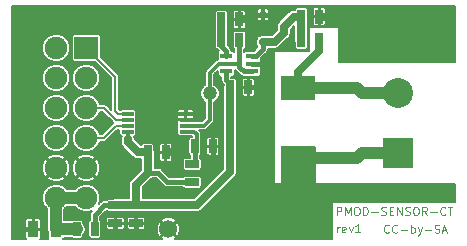
<source format=gbr>
G04 #@! TF.GenerationSoftware,KiCad,Pcbnew,5.0.2*
G04 #@! TF.CreationDate,2020-09-10T14:17:03+02:00*
G04 #@! TF.ProjectId,pmod-ct,706d6f64-2d63-4742-9e6b-696361645f70,1*
G04 #@! TF.SameCoordinates,Original*
G04 #@! TF.FileFunction,Copper,L1,Top*
G04 #@! TF.FilePolarity,Positive*
%FSLAX46Y46*%
G04 Gerber Fmt 4.6, Leading zero omitted, Abs format (unit mm)*
G04 Created by KiCad (PCBNEW 5.0.2) date jeu. 10 sept. 2020 14:17:03 CEST*
%MOMM*%
%LPD*%
G01*
G04 APERTURE LIST*
G04 #@! TA.AperFunction,NonConductor*
%ADD10C,0.101600*%
G04 #@! TD*
G04 #@! TA.AperFunction,ComponentPad*
%ADD11R,2.000000X1.900000*%
G04 #@! TD*
G04 #@! TA.AperFunction,ComponentPad*
%ADD12C,1.900000*%
G04 #@! TD*
G04 #@! TA.AperFunction,ComponentPad*
%ADD13R,2.540000X2.540000*%
G04 #@! TD*
G04 #@! TA.AperFunction,ComponentPad*
%ADD14C,2.540000*%
G04 #@! TD*
G04 #@! TA.AperFunction,SMDPad,CuDef*
%ADD15R,3.000000X2.000000*%
G04 #@! TD*
G04 #@! TA.AperFunction,SMDPad,CuDef*
%ADD16R,0.599440X0.599440*%
G04 #@! TD*
G04 #@! TA.AperFunction,SMDPad,CuDef*
%ADD17R,0.635000X1.143000*%
G04 #@! TD*
G04 #@! TA.AperFunction,SMDPad,CuDef*
%ADD18R,1.000000X0.400000*%
G04 #@! TD*
G04 #@! TA.AperFunction,SMDPad,CuDef*
%ADD19R,0.889000X1.397000*%
G04 #@! TD*
G04 #@! TA.AperFunction,SMDPad,CuDef*
%ADD20R,1.143000X0.635000*%
G04 #@! TD*
G04 #@! TA.AperFunction,SMDPad,CuDef*
%ADD21R,1.000000X0.300000*%
G04 #@! TD*
G04 #@! TA.AperFunction,ComponentPad*
%ADD22C,1.524000*%
G04 #@! TD*
G04 #@! TA.AperFunction,BGAPad,CuDef*
%ADD23C,1.198880*%
G04 #@! TD*
G04 #@! TA.AperFunction,ViaPad*
%ADD24C,0.711200*%
G04 #@! TD*
G04 #@! TA.AperFunction,Conductor*
%ADD25C,1.016000*%
G04 #@! TD*
G04 #@! TA.AperFunction,Conductor*
%ADD26C,0.304800*%
G04 #@! TD*
G04 #@! TA.AperFunction,Conductor*
%ADD27C,0.406400*%
G04 #@! TD*
G04 #@! TA.AperFunction,Conductor*
%ADD28C,0.711200*%
G04 #@! TD*
G04 #@! TA.AperFunction,Conductor*
%ADD29C,0.203200*%
G04 #@! TD*
G04 #@! TA.AperFunction,Conductor*
%ADD30C,0.152400*%
G04 #@! TD*
G04 APERTURE END LIST*
D10*
X161663333Y-114250000D02*
X161630000Y-114283333D01*
X161530000Y-114316666D01*
X161463333Y-114316666D01*
X161363333Y-114283333D01*
X161296666Y-114216666D01*
X161263333Y-114150000D01*
X161230000Y-114016666D01*
X161230000Y-113916666D01*
X161263333Y-113783333D01*
X161296666Y-113716666D01*
X161363333Y-113650000D01*
X161463333Y-113616666D01*
X161530000Y-113616666D01*
X161630000Y-113650000D01*
X161663333Y-113683333D01*
X162363333Y-114250000D02*
X162330000Y-114283333D01*
X162230000Y-114316666D01*
X162163333Y-114316666D01*
X162063333Y-114283333D01*
X161996666Y-114216666D01*
X161963333Y-114150000D01*
X161930000Y-114016666D01*
X161930000Y-113916666D01*
X161963333Y-113783333D01*
X161996666Y-113716666D01*
X162063333Y-113650000D01*
X162163333Y-113616666D01*
X162230000Y-113616666D01*
X162330000Y-113650000D01*
X162363333Y-113683333D01*
X162663333Y-114050000D02*
X163196666Y-114050000D01*
X163530000Y-114316666D02*
X163530000Y-113616666D01*
X163530000Y-113883333D02*
X163596666Y-113850000D01*
X163730000Y-113850000D01*
X163796666Y-113883333D01*
X163830000Y-113916666D01*
X163863333Y-113983333D01*
X163863333Y-114183333D01*
X163830000Y-114250000D01*
X163796666Y-114283333D01*
X163730000Y-114316666D01*
X163596666Y-114316666D01*
X163530000Y-114283333D01*
X164096666Y-113850000D02*
X164263333Y-114316666D01*
X164430000Y-113850000D02*
X164263333Y-114316666D01*
X164196666Y-114483333D01*
X164163333Y-114516666D01*
X164096666Y-114550000D01*
X164696666Y-114050000D02*
X165230000Y-114050000D01*
X165530000Y-114283333D02*
X165630000Y-114316666D01*
X165796666Y-114316666D01*
X165863333Y-114283333D01*
X165896666Y-114250000D01*
X165930000Y-114183333D01*
X165930000Y-114116666D01*
X165896666Y-114050000D01*
X165863333Y-114016666D01*
X165796666Y-113983333D01*
X165663333Y-113950000D01*
X165596666Y-113916666D01*
X165563333Y-113883333D01*
X165530000Y-113816666D01*
X165530000Y-113750000D01*
X165563333Y-113683333D01*
X165596666Y-113650000D01*
X165663333Y-113616666D01*
X165830000Y-113616666D01*
X165930000Y-113650000D01*
X166196666Y-114116666D02*
X166530000Y-114116666D01*
X166130000Y-114316666D02*
X166363333Y-113616666D01*
X166596666Y-114316666D01*
X157282706Y-114266666D02*
X157282706Y-113800000D01*
X157282706Y-113933333D02*
X157316040Y-113866666D01*
X157349373Y-113833333D01*
X157416040Y-113800000D01*
X157482706Y-113800000D01*
X157982706Y-114233333D02*
X157916040Y-114266666D01*
X157782706Y-114266666D01*
X157716040Y-114233333D01*
X157682706Y-114166666D01*
X157682706Y-113900000D01*
X157716040Y-113833333D01*
X157782706Y-113800000D01*
X157916040Y-113800000D01*
X157982706Y-113833333D01*
X158016040Y-113900000D01*
X158016040Y-113966666D01*
X157682706Y-114033333D01*
X158249373Y-113800000D02*
X158416040Y-114266666D01*
X158582706Y-113800000D01*
X159216040Y-114266666D02*
X158816040Y-114266666D01*
X159016040Y-114266666D02*
X159016040Y-113566666D01*
X158949373Y-113666666D01*
X158882706Y-113733333D01*
X158816040Y-113766666D01*
X157247293Y-112816666D02*
X157247293Y-112116666D01*
X157513960Y-112116666D01*
X157580626Y-112150000D01*
X157613960Y-112183333D01*
X157647293Y-112250000D01*
X157647293Y-112350000D01*
X157613960Y-112416666D01*
X157580626Y-112450000D01*
X157513960Y-112483333D01*
X157247293Y-112483333D01*
X157947293Y-112816666D02*
X157947293Y-112116666D01*
X158180626Y-112616666D01*
X158413960Y-112116666D01*
X158413960Y-112816666D01*
X158880626Y-112116666D02*
X159013960Y-112116666D01*
X159080626Y-112150000D01*
X159147293Y-112216666D01*
X159180626Y-112350000D01*
X159180626Y-112583333D01*
X159147293Y-112716666D01*
X159080626Y-112783333D01*
X159013960Y-112816666D01*
X158880626Y-112816666D01*
X158813960Y-112783333D01*
X158747293Y-112716666D01*
X158713960Y-112583333D01*
X158713960Y-112350000D01*
X158747293Y-112216666D01*
X158813960Y-112150000D01*
X158880626Y-112116666D01*
X159480626Y-112816666D02*
X159480626Y-112116666D01*
X159647293Y-112116666D01*
X159747293Y-112150000D01*
X159813960Y-112216666D01*
X159847293Y-112283333D01*
X159880626Y-112416666D01*
X159880626Y-112516666D01*
X159847293Y-112650000D01*
X159813960Y-112716666D01*
X159747293Y-112783333D01*
X159647293Y-112816666D01*
X159480626Y-112816666D01*
X160180626Y-112550000D02*
X160713960Y-112550000D01*
X161013960Y-112783333D02*
X161113960Y-112816666D01*
X161280626Y-112816666D01*
X161347293Y-112783333D01*
X161380626Y-112750000D01*
X161413960Y-112683333D01*
X161413960Y-112616666D01*
X161380626Y-112550000D01*
X161347293Y-112516666D01*
X161280626Y-112483333D01*
X161147293Y-112450000D01*
X161080626Y-112416666D01*
X161047293Y-112383333D01*
X161013960Y-112316666D01*
X161013960Y-112250000D01*
X161047293Y-112183333D01*
X161080626Y-112150000D01*
X161147293Y-112116666D01*
X161313960Y-112116666D01*
X161413960Y-112150000D01*
X161713960Y-112450000D02*
X161947293Y-112450000D01*
X162047293Y-112816666D02*
X161713960Y-112816666D01*
X161713960Y-112116666D01*
X162047293Y-112116666D01*
X162347293Y-112816666D02*
X162347293Y-112116666D01*
X162747293Y-112816666D01*
X162747293Y-112116666D01*
X163047293Y-112783333D02*
X163147293Y-112816666D01*
X163313960Y-112816666D01*
X163380626Y-112783333D01*
X163413960Y-112750000D01*
X163447293Y-112683333D01*
X163447293Y-112616666D01*
X163413960Y-112550000D01*
X163380626Y-112516666D01*
X163313960Y-112483333D01*
X163180626Y-112450000D01*
X163113960Y-112416666D01*
X163080626Y-112383333D01*
X163047293Y-112316666D01*
X163047293Y-112250000D01*
X163080626Y-112183333D01*
X163113960Y-112150000D01*
X163180626Y-112116666D01*
X163347293Y-112116666D01*
X163447293Y-112150000D01*
X163880626Y-112116666D02*
X164013960Y-112116666D01*
X164080626Y-112150000D01*
X164147293Y-112216666D01*
X164180626Y-112350000D01*
X164180626Y-112583333D01*
X164147293Y-112716666D01*
X164080626Y-112783333D01*
X164013960Y-112816666D01*
X163880626Y-112816666D01*
X163813960Y-112783333D01*
X163747293Y-112716666D01*
X163713960Y-112583333D01*
X163713960Y-112350000D01*
X163747293Y-112216666D01*
X163813960Y-112150000D01*
X163880626Y-112116666D01*
X164880626Y-112816666D02*
X164647293Y-112483333D01*
X164480626Y-112816666D02*
X164480626Y-112116666D01*
X164747293Y-112116666D01*
X164813960Y-112150000D01*
X164847293Y-112183333D01*
X164880626Y-112250000D01*
X164880626Y-112350000D01*
X164847293Y-112416666D01*
X164813960Y-112450000D01*
X164747293Y-112483333D01*
X164480626Y-112483333D01*
X165180626Y-112550000D02*
X165713960Y-112550000D01*
X166447293Y-112750000D02*
X166413960Y-112783333D01*
X166313960Y-112816666D01*
X166247293Y-112816666D01*
X166147293Y-112783333D01*
X166080626Y-112716666D01*
X166047293Y-112650000D01*
X166013960Y-112516666D01*
X166013960Y-112416666D01*
X166047293Y-112283333D01*
X166080626Y-112216666D01*
X166147293Y-112150000D01*
X166247293Y-112116666D01*
X166313960Y-112116666D01*
X166413960Y-112150000D01*
X166447293Y-112183333D01*
X166647293Y-112116666D02*
X167047293Y-112116666D01*
X166847293Y-112816666D02*
X166847293Y-112116666D01*
D11*
G04 #@! TO.P,P1,1*
G04 #@! TO.N,PMOD_CS*
X136040000Y-98650000D03*
D12*
G04 #@! TO.P,P1,2*
G04 #@! TO.N,Net-(P1-Pad2)*
X136040000Y-101190000D03*
G04 #@! TO.P,P1,3*
G04 #@! TO.N,PMOD_MISO*
X136040000Y-103730000D03*
G04 #@! TO.P,P1,4*
G04 #@! TO.N,PMOD_SCK*
X136040000Y-106270000D03*
G04 #@! TO.P,P1,5*
G04 #@! TO.N,GND*
X136040000Y-108810000D03*
G04 #@! TO.P,P1,6*
G04 #@! TO.N,+VPMOD*
X136040000Y-111350000D03*
G04 #@! TO.P,P1,7*
G04 #@! TO.N,Net-(P1-Pad7)*
X133500000Y-98650000D03*
G04 #@! TO.P,P1,8*
G04 #@! TO.N,Net-(P1-Pad8)*
X133500000Y-101190000D03*
G04 #@! TO.P,P1,9*
G04 #@! TO.N,Net-(P1-Pad9)*
X133500000Y-103730000D03*
G04 #@! TO.P,P1,10*
G04 #@! TO.N,Net-(P1-Pad10)*
X133500000Y-106270000D03*
G04 #@! TO.P,P1,11*
G04 #@! TO.N,GND*
X133500000Y-108810000D03*
G04 #@! TO.P,P1,12*
G04 #@! TO.N,+VPMOD*
X133500000Y-111350000D03*
G04 #@! TD*
D13*
G04 #@! TO.P,P2,1*
G04 #@! TO.N,GND*
X162460000Y-107540000D03*
D14*
G04 #@! TO.P,P2,2*
G04 #@! TO.N,Net-(P2-Pad2)*
X162460000Y-102460000D03*
G04 #@! TD*
D15*
G04 #@! TO.P,R1,2*
G04 #@! TO.N,GND*
X154000000Y-107950000D03*
G04 #@! TO.P,R1,1*
G04 #@! TO.N,Net-(P2-Pad2)*
X154000000Y-102050000D03*
G04 #@! TD*
D16*
G04 #@! TO.P,D1,1*
G04 #@! TO.N,GND*
X151000000Y-95849380D03*
G04 #@! TO.P,D1,2*
G04 #@! TO.N,Net-(D1-Pad2)*
X151000000Y-98150620D03*
G04 #@! TD*
D17*
G04 #@! TO.P,R2,1*
G04 #@! TO.N,Net-(P2-Pad2)*
X155762000Y-98010000D03*
G04 #@! TO.P,R2,2*
G04 #@! TO.N,Net-(D1-Pad2)*
X154238000Y-98010000D03*
G04 #@! TD*
D18*
G04 #@! TO.P,U2,5*
G04 #@! TO.N,+3.3V*
X147900000Y-100650000D03*
G04 #@! TO.P,U2,4*
G04 #@! TO.N,Net-(R4-Pad1)*
X147900000Y-99350000D03*
G04 #@! TO.P,U2,3*
G04 #@! TO.N,Net-(D1-Pad2)*
X150100000Y-99350000D03*
G04 #@! TO.P,U2,2*
G04 #@! TO.N,GND*
X150100000Y-100000000D03*
G04 #@! TO.P,U2,1*
G04 #@! TO.N,Net-(R4-Pad2)*
X150100000Y-100650000D03*
G04 #@! TD*
D19*
G04 #@! TO.P,C1,1*
G04 #@! TO.N,+VPMOD*
X133452500Y-114000000D03*
G04 #@! TO.P,C1,2*
G04 #@! TO.N,GND*
X131547500Y-114000000D03*
G04 #@! TD*
D20*
G04 #@! TO.P,C2,2*
G04 #@! TO.N,GND*
X138500000Y-113512000D03*
G04 #@! TO.P,C2,1*
G04 #@! TO.N,+3.3V*
X138500000Y-111988000D03*
G04 #@! TD*
G04 #@! TO.P,C3,1*
G04 #@! TO.N,+3.3V*
X140250000Y-111988000D03*
G04 #@! TO.P,C3,2*
G04 #@! TO.N,GND*
X140250000Y-113512000D03*
G04 #@! TD*
D17*
G04 #@! TO.P,C4,2*
G04 #@! TO.N,GND*
X142762000Y-107500000D03*
G04 #@! TO.P,C4,1*
G04 #@! TO.N,+3.3V*
X141238000Y-107500000D03*
G04 #@! TD*
G04 #@! TO.P,C5,1*
G04 #@! TO.N,+3.3V*
X148238000Y-102000000D03*
G04 #@! TO.P,C5,2*
G04 #@! TO.N,GND*
X149762000Y-102000000D03*
G04 #@! TD*
G04 #@! TO.P,L1,1*
G04 #@! TO.N,+VPMOD*
X135238000Y-114000000D03*
G04 #@! TO.P,L1,2*
G04 #@! TO.N,+3.3V*
X136762000Y-114000000D03*
G04 #@! TD*
G04 #@! TO.P,R3,2*
G04 #@! TO.N,GND*
X155762000Y-96000000D03*
G04 #@! TO.P,R3,1*
G04 #@! TO.N,Net-(D1-Pad2)*
X154238000Y-96000000D03*
G04 #@! TD*
G04 #@! TO.P,R4,1*
G04 #@! TO.N,Net-(R4-Pad1)*
X147488000Y-98000000D03*
G04 #@! TO.P,R4,2*
G04 #@! TO.N,Net-(R4-Pad2)*
X149012000Y-98000000D03*
G04 #@! TD*
G04 #@! TO.P,R5,2*
G04 #@! TO.N,GND*
X149012000Y-96250000D03*
G04 #@! TO.P,R5,1*
G04 #@! TO.N,Net-(R4-Pad1)*
X147488000Y-96250000D03*
G04 #@! TD*
D21*
G04 #@! TO.P,U1,1*
G04 #@! TO.N,+VRef*
X144450000Y-105750000D03*
G04 #@! TO.P,U1,2*
G04 #@! TO.N,Net-(R4-Pad2)*
X144450000Y-105250000D03*
G04 #@! TO.P,U1,3*
G04 #@! TO.N,GND*
X144450000Y-104750000D03*
G04 #@! TO.P,U1,4*
X144450000Y-104250000D03*
G04 #@! TO.P,U1,5*
G04 #@! TO.N,PMOD_CS*
X139550000Y-104250000D03*
G04 #@! TO.P,U1,6*
G04 #@! TO.N,PMOD_MISO*
X139550000Y-104750000D03*
G04 #@! TO.P,U1,7*
G04 #@! TO.N,PMOD_SCK*
X139550000Y-105250000D03*
G04 #@! TO.P,U1,8*
G04 #@! TO.N,+3.3V*
X139550000Y-105750000D03*
G04 #@! TD*
D17*
G04 #@! TO.P,C6,2*
G04 #@! TO.N,GND*
X146762000Y-107000000D03*
G04 #@! TO.P,C6,1*
G04 #@! TO.N,+VRef*
X145238000Y-107000000D03*
G04 #@! TD*
D20*
G04 #@! TO.P,L2,1*
G04 #@! TO.N,+3.3V*
X145000000Y-110012000D03*
G04 #@! TO.P,L2,2*
G04 #@! TO.N,+VRef*
X145000000Y-108488000D03*
G04 #@! TD*
D22*
G04 #@! TO.P,TP1,1*
G04 #@! TO.N,GND*
X143000000Y-114000000D03*
G04 #@! TD*
D23*
G04 #@! TO.P,TP2,1*
G04 #@! TO.N,Net-(R4-Pad2)*
X146500000Y-102500000D03*
G04 #@! TD*
D24*
G04 #@! TO.N,GND*
X155000000Y-109500000D03*
X153000000Y-109500000D03*
X154000000Y-109500000D03*
X151250000Y-100000000D03*
X150000000Y-96250000D03*
X152000000Y-95850000D03*
X130500000Y-114000000D03*
X138500000Y-114500000D03*
X140250000Y-114500000D03*
X151250000Y-102000000D03*
X156750000Y-96000000D03*
X144450000Y-103500000D03*
X143750000Y-107500000D03*
X145750000Y-104500000D03*
X146750000Y-108250000D03*
X151250000Y-104000000D03*
X151250000Y-106000000D03*
X151250000Y-108000000D03*
X151250000Y-110000000D03*
X166750000Y-111000000D03*
X166750000Y-95500000D03*
X142000000Y-105000000D03*
X134500000Y-96250000D03*
G04 #@! TO.N,Net-(R4-Pad2)*
X146500000Y-102500000D03*
G04 #@! TD*
D25*
G04 #@! TO.N,GND*
X154000000Y-107950000D02*
X158940000Y-107950000D01*
X158940000Y-107950000D02*
X159350000Y-107540000D01*
X159350000Y-107540000D02*
X162460000Y-107540000D01*
D26*
X154000000Y-107950000D02*
X154000000Y-109500000D01*
D27*
X155000000Y-109500000D02*
X155000000Y-108950000D01*
X155000000Y-108950000D02*
X154000000Y-107950000D01*
X153000000Y-109500000D02*
X153000000Y-108950000D01*
X153000000Y-108950000D02*
X154000000Y-107950000D01*
X150100000Y-100000000D02*
X151250000Y-100000000D01*
X150000620Y-96249380D02*
X150000000Y-96250000D01*
X151000000Y-95849380D02*
X151999380Y-95849380D01*
X151999380Y-95849380D02*
X152000000Y-95850000D01*
X131547500Y-114000000D02*
X130500000Y-114000000D01*
X138500000Y-113512000D02*
X138500000Y-114500000D01*
X140250000Y-114500000D02*
X140250000Y-113512000D01*
X149762000Y-102000000D02*
X151250000Y-102000000D01*
D28*
X156750000Y-96000000D02*
X155762000Y-96000000D01*
D27*
X151000000Y-95849380D02*
X150400620Y-95849380D01*
X150400620Y-95849380D02*
X150000000Y-96250000D01*
D28*
X150000000Y-96250000D02*
X149012000Y-96250000D01*
D26*
X144450000Y-104250000D02*
X144450000Y-103500000D01*
D28*
X142762000Y-107500000D02*
X143750000Y-107500000D01*
D26*
X144450000Y-104750000D02*
X145140000Y-104750000D01*
X145140000Y-104750000D02*
X145390000Y-104500000D01*
X145390000Y-104500000D02*
X145750000Y-104500000D01*
D27*
X146750000Y-108250000D02*
X146750000Y-107012000D01*
X146750000Y-107012000D02*
X146762000Y-107000000D01*
D25*
G04 #@! TO.N,+VPMOD*
X136040000Y-111350000D02*
X133500000Y-111350000D01*
X133452500Y-114000000D02*
X133452500Y-111397500D01*
X133452500Y-111397500D02*
X133500000Y-111350000D01*
X135238000Y-114000000D02*
X133452500Y-114000000D01*
G04 #@! TO.N,Net-(P2-Pad2)*
X154000000Y-102050000D02*
X158940000Y-102050000D01*
X158940000Y-102050000D02*
X159350000Y-102460000D01*
X159350000Y-102460000D02*
X162460000Y-102460000D01*
D28*
X155762000Y-98010000D02*
X155762000Y-98938000D01*
X155762000Y-98938000D02*
X154000000Y-100700000D01*
X154000000Y-100700000D02*
X154000000Y-102050000D01*
D27*
G04 #@! TO.N,Net-(D1-Pad2)*
X150100000Y-99350000D02*
X150400000Y-99350000D01*
X150400000Y-99350000D02*
X151000000Y-98750000D01*
X151000000Y-98750000D02*
X151000000Y-98150620D01*
D28*
X154238000Y-98010000D02*
X154238000Y-96000000D01*
X154238000Y-96000000D02*
X153610000Y-96000000D01*
X153610000Y-96000000D02*
X152750000Y-96860000D01*
X152750000Y-96860000D02*
X152750000Y-97380000D01*
X152750000Y-97380000D02*
X151979380Y-98150620D01*
X151979380Y-98150620D02*
X151000000Y-98150620D01*
D27*
G04 #@! TO.N,+3.3V*
X136762000Y-113658000D02*
X136762000Y-114000000D01*
X136762000Y-114000000D02*
X136762000Y-112798000D01*
X136762000Y-112798000D02*
X137572000Y-111988000D01*
X137572000Y-111988000D02*
X138500000Y-111988000D01*
X147900000Y-100650000D02*
X147900000Y-101410000D01*
X147900000Y-101410000D02*
X148238000Y-101748000D01*
X148238000Y-101748000D02*
X148238000Y-102000000D01*
D28*
X141238000Y-107500000D02*
X140400000Y-107500000D01*
X140400000Y-107500000D02*
X139550000Y-106650000D01*
X139550000Y-106650000D02*
X139550000Y-106400000D01*
D26*
X139550000Y-105750000D02*
X139550000Y-106400000D01*
D28*
X141238000Y-107500000D02*
X141238000Y-109242000D01*
X141238000Y-109242000D02*
X140250000Y-110230000D01*
X140250000Y-110230000D02*
X140250000Y-111988000D01*
X138500000Y-111988000D02*
X140250000Y-111988000D01*
X140250000Y-111988000D02*
X145382000Y-111988000D01*
X145382000Y-111988000D02*
X148238000Y-109132000D01*
X148238000Y-109132000D02*
X148238000Y-102000000D01*
D27*
X145000000Y-110012000D02*
X142902000Y-110012000D01*
X142902000Y-110012000D02*
X142132000Y-109242000D01*
X142132000Y-109242000D02*
X141238000Y-109242000D01*
D28*
G04 #@! TO.N,Net-(R4-Pad1)*
X147488000Y-98000000D02*
X147488000Y-96250000D01*
D27*
X147900000Y-99350000D02*
X147900000Y-98920000D01*
X147900000Y-98920000D02*
X147488000Y-98508000D01*
X147488000Y-98508000D02*
X147488000Y-98000000D01*
G04 #@! TO.N,Net-(R4-Pad2)*
X150100000Y-100650000D02*
X149360000Y-100650000D01*
X149360000Y-100650000D02*
X149000000Y-100290000D01*
X149000000Y-100290000D02*
X149000000Y-100000000D01*
X149000000Y-100000000D02*
X149000000Y-98012000D01*
X149000000Y-98012000D02*
X149012000Y-98000000D01*
D26*
X144450000Y-105250000D02*
X145970000Y-105250000D01*
X145970000Y-105250000D02*
X146500000Y-104720000D01*
X146500000Y-100750000D02*
X147250000Y-100000000D01*
X147250000Y-100000000D02*
X149000000Y-100000000D01*
X146500000Y-100750000D02*
X146500000Y-102500000D01*
X146500000Y-104720000D02*
X146500000Y-102500000D01*
D29*
G04 #@! TO.N,PMOD_CS*
X139550000Y-104250000D02*
X138750000Y-104250000D01*
X138750000Y-104250000D02*
X138500000Y-104000000D01*
X138500000Y-104000000D02*
X138500000Y-101110000D01*
X138500000Y-101110000D02*
X136040000Y-98650000D01*
G04 #@! TO.N,PMOD_MISO*
X139550000Y-104750000D02*
X138520000Y-104750000D01*
X138520000Y-104750000D02*
X137500000Y-103730000D01*
X137500000Y-103730000D02*
X136040000Y-103730000D01*
G04 #@! TO.N,PMOD_SCK*
X139550000Y-105250000D02*
X138520000Y-105250000D01*
X136040000Y-106270000D02*
X137500000Y-106270000D01*
X137500000Y-106270000D02*
X138520000Y-105250000D01*
D26*
G04 #@! TO.N,+VRef*
X144450000Y-105750000D02*
X145180000Y-105750000D01*
X145180000Y-105750000D02*
X145400000Y-105970000D01*
X145400000Y-105970000D02*
X145400000Y-106838000D01*
X145400000Y-106838000D02*
X145238000Y-107000000D01*
D27*
X145238000Y-107000000D02*
X145238000Y-108250000D01*
X145238000Y-108250000D02*
X145000000Y-108488000D01*
G04 #@! TD*
D30*
G04 #@! TO.N,GND*
G36*
X167246400Y-99843800D02*
X157456200Y-99843800D01*
X157456200Y-96970000D01*
X157450400Y-96940840D01*
X157433882Y-96916118D01*
X157409160Y-96899600D01*
X157380320Y-96893801D01*
X155000320Y-96883801D01*
X154971136Y-96889478D01*
X154946345Y-96905893D01*
X154929724Y-96930544D01*
X154923800Y-96960000D01*
X154923800Y-98923800D01*
X152000000Y-98923800D01*
X151970840Y-98929600D01*
X151946118Y-98946118D01*
X151929600Y-98970840D01*
X151923800Y-99000000D01*
X151923800Y-110080000D01*
X151929600Y-110109160D01*
X151946118Y-110133882D01*
X151970840Y-110150400D01*
X152000000Y-110156200D01*
X167246401Y-110156200D01*
X167246401Y-111742000D01*
X156816467Y-111742000D01*
X156816467Y-113350800D01*
X156819216Y-113350800D01*
X156814708Y-114856400D01*
X143526563Y-114856400D01*
X143551818Y-114845939D01*
X143636892Y-114708735D01*
X143000000Y-114071842D01*
X142363108Y-114708735D01*
X142448182Y-114845939D01*
X142474248Y-114856400D01*
X134066429Y-114856400D01*
X134112336Y-114787695D01*
X134122499Y-114736600D01*
X134756122Y-114736600D01*
X134831305Y-114786836D01*
X134920500Y-114804578D01*
X135555500Y-114804578D01*
X135644695Y-114786836D01*
X135720311Y-114736311D01*
X135770836Y-114660695D01*
X135788578Y-114571500D01*
X135788578Y-114501844D01*
X135931861Y-114287407D01*
X135989030Y-114000000D01*
X135931861Y-113712593D01*
X135788578Y-113498156D01*
X135788578Y-113428500D01*
X135770836Y-113339305D01*
X135720311Y-113263689D01*
X135644695Y-113213164D01*
X135555500Y-113195422D01*
X134920500Y-113195422D01*
X134831305Y-113213164D01*
X134756122Y-113263400D01*
X134189100Y-113263400D01*
X134189100Y-112327692D01*
X134430192Y-112086600D01*
X135109808Y-112086600D01*
X135372377Y-112349169D01*
X135805562Y-112528600D01*
X136274438Y-112528600D01*
X136524196Y-112425147D01*
X136486740Y-112462603D01*
X136450691Y-112486690D01*
X136426603Y-112522740D01*
X136426601Y-112522742D01*
X136355254Y-112629521D01*
X136321742Y-112798000D01*
X136330201Y-112840527D01*
X136330201Y-113229938D01*
X136279689Y-113263689D01*
X136229164Y-113339305D01*
X136211422Y-113428500D01*
X136211422Y-114571500D01*
X136229164Y-114660695D01*
X136279689Y-114736311D01*
X136355305Y-114786836D01*
X136444500Y-114804578D01*
X137079500Y-114804578D01*
X137168695Y-114786836D01*
X137244311Y-114736311D01*
X137294836Y-114660695D01*
X137312578Y-114571500D01*
X137312578Y-113619950D01*
X137699900Y-113619950D01*
X137699900Y-113874971D01*
X137734702Y-113958991D01*
X137799008Y-114023297D01*
X137883028Y-114058100D01*
X138392050Y-114058100D01*
X138449200Y-114000950D01*
X138449200Y-113562800D01*
X138550800Y-113562800D01*
X138550800Y-114000950D01*
X138607950Y-114058100D01*
X139116972Y-114058100D01*
X139200992Y-114023297D01*
X139265298Y-113958991D01*
X139300100Y-113874971D01*
X139300100Y-113619950D01*
X139449900Y-113619950D01*
X139449900Y-113874971D01*
X139484702Y-113958991D01*
X139549008Y-114023297D01*
X139633028Y-114058100D01*
X140142050Y-114058100D01*
X140199200Y-114000950D01*
X140199200Y-113562800D01*
X140300800Y-113562800D01*
X140300800Y-114000950D01*
X140357950Y-114058100D01*
X140866972Y-114058100D01*
X140950992Y-114023297D01*
X141015298Y-113958991D01*
X141050100Y-113874971D01*
X141050100Y-113813914D01*
X142007283Y-113813914D01*
X142011637Y-114207975D01*
X142154061Y-114551818D01*
X142291265Y-114636892D01*
X142928158Y-114000000D01*
X143071842Y-114000000D01*
X143708735Y-114636892D01*
X143845939Y-114551818D01*
X143992717Y-114186086D01*
X143988363Y-113792025D01*
X143845939Y-113448182D01*
X143708735Y-113363108D01*
X143071842Y-114000000D01*
X142928158Y-114000000D01*
X142291265Y-113363108D01*
X142154061Y-113448182D01*
X142007283Y-113813914D01*
X141050100Y-113813914D01*
X141050100Y-113619950D01*
X140992950Y-113562800D01*
X140300800Y-113562800D01*
X140199200Y-113562800D01*
X139507050Y-113562800D01*
X139449900Y-113619950D01*
X139300100Y-113619950D01*
X139242950Y-113562800D01*
X138550800Y-113562800D01*
X138449200Y-113562800D01*
X137757050Y-113562800D01*
X137699900Y-113619950D01*
X137312578Y-113619950D01*
X137312578Y-113428500D01*
X137294836Y-113339305D01*
X137244311Y-113263689D01*
X137193800Y-113229939D01*
X137193800Y-113149029D01*
X137699900Y-113149029D01*
X137699900Y-113404050D01*
X137757050Y-113461200D01*
X138449200Y-113461200D01*
X138449200Y-113023050D01*
X138550800Y-113023050D01*
X138550800Y-113461200D01*
X139242950Y-113461200D01*
X139300100Y-113404050D01*
X139300100Y-113149029D01*
X139449900Y-113149029D01*
X139449900Y-113404050D01*
X139507050Y-113461200D01*
X140199200Y-113461200D01*
X140199200Y-113023050D01*
X140300800Y-113023050D01*
X140300800Y-113461200D01*
X140992950Y-113461200D01*
X141050100Y-113404050D01*
X141050100Y-113291265D01*
X142363108Y-113291265D01*
X143000000Y-113928158D01*
X143636892Y-113291265D01*
X143551818Y-113154061D01*
X143186086Y-113007283D01*
X142792025Y-113011637D01*
X142448182Y-113154061D01*
X142363108Y-113291265D01*
X141050100Y-113291265D01*
X141050100Y-113149029D01*
X141015298Y-113065009D01*
X140950992Y-113000703D01*
X140866972Y-112965900D01*
X140357950Y-112965900D01*
X140300800Y-113023050D01*
X140199200Y-113023050D01*
X140142050Y-112965900D01*
X139633028Y-112965900D01*
X139549008Y-113000703D01*
X139484702Y-113065009D01*
X139449900Y-113149029D01*
X139300100Y-113149029D01*
X139265298Y-113065009D01*
X139200992Y-113000703D01*
X139116972Y-112965900D01*
X138607950Y-112965900D01*
X138550800Y-113023050D01*
X138449200Y-113023050D01*
X138392050Y-112965900D01*
X137883028Y-112965900D01*
X137799008Y-113000703D01*
X137734702Y-113065009D01*
X137699900Y-113149029D01*
X137193800Y-113149029D01*
X137193800Y-112976857D01*
X137738318Y-112432340D01*
X137763689Y-112470311D01*
X137839305Y-112520836D01*
X137928500Y-112538578D01*
X138273434Y-112538578D01*
X138442463Y-112572200D01*
X140192463Y-112572200D01*
X140250000Y-112583645D01*
X140307537Y-112572200D01*
X145324464Y-112572200D01*
X145382000Y-112583645D01*
X145439536Y-112572200D01*
X145439537Y-112572200D01*
X145609943Y-112538304D01*
X145803185Y-112409185D01*
X145835781Y-112360401D01*
X148610404Y-109585779D01*
X148659185Y-109553185D01*
X148788304Y-109359943D01*
X148822200Y-109189537D01*
X148822200Y-109189536D01*
X148833645Y-109132000D01*
X148822200Y-109074464D01*
X148822200Y-102107950D01*
X149215900Y-102107950D01*
X149215900Y-102616972D01*
X149250703Y-102700992D01*
X149315009Y-102765298D01*
X149399029Y-102800100D01*
X149654050Y-102800100D01*
X149711200Y-102742950D01*
X149711200Y-102050800D01*
X149812800Y-102050800D01*
X149812800Y-102742950D01*
X149869950Y-102800100D01*
X150124971Y-102800100D01*
X150208991Y-102765298D01*
X150273297Y-102700992D01*
X150308100Y-102616972D01*
X150308100Y-102107950D01*
X150250950Y-102050800D01*
X149812800Y-102050800D01*
X149711200Y-102050800D01*
X149273050Y-102050800D01*
X149215900Y-102107950D01*
X148822200Y-102107950D01*
X148822200Y-101942463D01*
X148788578Y-101773434D01*
X148788578Y-101428500D01*
X148779534Y-101383028D01*
X149215900Y-101383028D01*
X149215900Y-101892050D01*
X149273050Y-101949200D01*
X149711200Y-101949200D01*
X149711200Y-101257050D01*
X149812800Y-101257050D01*
X149812800Y-101949200D01*
X150250950Y-101949200D01*
X150308100Y-101892050D01*
X150308100Y-101383028D01*
X150273297Y-101299008D01*
X150208991Y-101234702D01*
X150124971Y-101199900D01*
X149869950Y-101199900D01*
X149812800Y-101257050D01*
X149711200Y-101257050D01*
X149654050Y-101199900D01*
X149399029Y-101199900D01*
X149315009Y-101234702D01*
X149250703Y-101299008D01*
X149215900Y-101383028D01*
X148779534Y-101383028D01*
X148770836Y-101339305D01*
X148720311Y-101263689D01*
X148644695Y-101213164D01*
X148555500Y-101195422D01*
X148331800Y-101195422D01*
X148331800Y-101083078D01*
X148400000Y-101083078D01*
X148489195Y-101065336D01*
X148564811Y-101014811D01*
X148615336Y-100939195D01*
X148633078Y-100850000D01*
X148633078Y-100518080D01*
X148688690Y-100601310D01*
X148724742Y-100625399D01*
X149024602Y-100925260D01*
X149048690Y-100961310D01*
X149084740Y-100985398D01*
X149084741Y-100985399D01*
X149143537Y-101024685D01*
X149191520Y-101056746D01*
X149317474Y-101081800D01*
X149317478Y-101081800D01*
X149360000Y-101090258D01*
X149402522Y-101081800D01*
X149593575Y-101081800D01*
X149600000Y-101083078D01*
X150600000Y-101083078D01*
X150689195Y-101065336D01*
X150764811Y-101014811D01*
X150815336Y-100939195D01*
X150833078Y-100850000D01*
X150833078Y-100450000D01*
X150815336Y-100360805D01*
X150794033Y-100328923D01*
X150828600Y-100245471D01*
X150828600Y-100107950D01*
X150771450Y-100050800D01*
X150150800Y-100050800D01*
X150150800Y-100070800D01*
X150049200Y-100070800D01*
X150049200Y-100050800D01*
X150029200Y-100050800D01*
X150029200Y-99949200D01*
X150049200Y-99949200D01*
X150049200Y-99929200D01*
X150150800Y-99929200D01*
X150150800Y-99949200D01*
X150771450Y-99949200D01*
X150828600Y-99892050D01*
X150828600Y-99754529D01*
X150794033Y-99671077D01*
X150815336Y-99639195D01*
X150833078Y-99550000D01*
X150833078Y-99527579D01*
X151275261Y-99085397D01*
X151311310Y-99061310D01*
X151362173Y-98985189D01*
X151406746Y-98918480D01*
X151413517Y-98884438D01*
X151431800Y-98792526D01*
X151431800Y-98792523D01*
X151440258Y-98750001D01*
X151437238Y-98734820D01*
X151921844Y-98734820D01*
X151979380Y-98746265D01*
X152036916Y-98734820D01*
X152036917Y-98734820D01*
X152207323Y-98700924D01*
X152400565Y-98571805D01*
X152433161Y-98523021D01*
X153122406Y-97833778D01*
X153171185Y-97801185D01*
X153300304Y-97607943D01*
X153334200Y-97437537D01*
X153345645Y-97380001D01*
X153334200Y-97322465D01*
X153334200Y-97101982D01*
X153653801Y-96782382D01*
X153653800Y-98067536D01*
X153687422Y-98236565D01*
X153687422Y-98581500D01*
X153705164Y-98670695D01*
X153755689Y-98746311D01*
X153831305Y-98796836D01*
X153920500Y-98814578D01*
X154555500Y-98814578D01*
X154644695Y-98796836D01*
X154720311Y-98746311D01*
X154770836Y-98670695D01*
X154788578Y-98581500D01*
X154788578Y-98236566D01*
X154822200Y-98067537D01*
X154822200Y-96107950D01*
X155215900Y-96107950D01*
X155215900Y-96616972D01*
X155250703Y-96700992D01*
X155315009Y-96765298D01*
X155399029Y-96800100D01*
X155654050Y-96800100D01*
X155711200Y-96742950D01*
X155711200Y-96050800D01*
X155812800Y-96050800D01*
X155812800Y-96742950D01*
X155869950Y-96800100D01*
X156124971Y-96800100D01*
X156208991Y-96765298D01*
X156273297Y-96700992D01*
X156308100Y-96616972D01*
X156308100Y-96107950D01*
X156250950Y-96050800D01*
X155812800Y-96050800D01*
X155711200Y-96050800D01*
X155273050Y-96050800D01*
X155215900Y-96107950D01*
X154822200Y-96107950D01*
X154822200Y-96057537D01*
X154833645Y-96000000D01*
X154788578Y-95773434D01*
X154788578Y-95428500D01*
X154779534Y-95383028D01*
X155215900Y-95383028D01*
X155215900Y-95892050D01*
X155273050Y-95949200D01*
X155711200Y-95949200D01*
X155711200Y-95257050D01*
X155812800Y-95257050D01*
X155812800Y-95949200D01*
X156250950Y-95949200D01*
X156308100Y-95892050D01*
X156308100Y-95383028D01*
X156273297Y-95299008D01*
X156208991Y-95234702D01*
X156124971Y-95199900D01*
X155869950Y-95199900D01*
X155812800Y-95257050D01*
X155711200Y-95257050D01*
X155654050Y-95199900D01*
X155399029Y-95199900D01*
X155315009Y-95234702D01*
X155250703Y-95299008D01*
X155215900Y-95383028D01*
X154779534Y-95383028D01*
X154770836Y-95339305D01*
X154720311Y-95263689D01*
X154644695Y-95213164D01*
X154555500Y-95195422D01*
X153920500Y-95195422D01*
X153831305Y-95213164D01*
X153755689Y-95263689D01*
X153705164Y-95339305D01*
X153689948Y-95415800D01*
X153667536Y-95415800D01*
X153610000Y-95404355D01*
X153552464Y-95415800D01*
X153552463Y-95415800D01*
X153382057Y-95449696D01*
X153188815Y-95578815D01*
X153156220Y-95627597D01*
X152377599Y-96406219D01*
X152328815Y-96438815D01*
X152199696Y-96632058D01*
X152178959Y-96736311D01*
X152154355Y-96860000D01*
X152165800Y-96917536D01*
X152165800Y-97138016D01*
X151737398Y-97566420D01*
X150942463Y-97566420D01*
X150772057Y-97600316D01*
X150745857Y-97617822D01*
X150700280Y-97617822D01*
X150611085Y-97635564D01*
X150535469Y-97686089D01*
X150484944Y-97761705D01*
X150467202Y-97850900D01*
X150467202Y-97896477D01*
X150449696Y-97922677D01*
X150404355Y-98150620D01*
X150449696Y-98378563D01*
X150467202Y-98404763D01*
X150467202Y-98450340D01*
X150484944Y-98539535D01*
X150530952Y-98608391D01*
X150222421Y-98916922D01*
X149600000Y-98916922D01*
X149510805Y-98934664D01*
X149435189Y-98985189D01*
X149431800Y-98990261D01*
X149431800Y-98778080D01*
X149494311Y-98736311D01*
X149544836Y-98660695D01*
X149562578Y-98571500D01*
X149562578Y-97428500D01*
X149544836Y-97339305D01*
X149494311Y-97263689D01*
X149418695Y-97213164D01*
X149329500Y-97195422D01*
X148694500Y-97195422D01*
X148605305Y-97213164D01*
X148529689Y-97263689D01*
X148479164Y-97339305D01*
X148461422Y-97428500D01*
X148461422Y-98571500D01*
X148479164Y-98660695D01*
X148529689Y-98736311D01*
X148568201Y-98762044D01*
X148568201Y-98990262D01*
X148564811Y-98985189D01*
X148489195Y-98934664D01*
X148400000Y-98916922D01*
X148339646Y-98916922D01*
X148331800Y-98877478D01*
X148331800Y-98877474D01*
X148306746Y-98751520D01*
X148256606Y-98676480D01*
X148235399Y-98644741D01*
X148235398Y-98644740D01*
X148211310Y-98608690D01*
X148175260Y-98584602D01*
X148038578Y-98447920D01*
X148038578Y-98226566D01*
X148072200Y-98057537D01*
X148072200Y-96357950D01*
X148465900Y-96357950D01*
X148465900Y-96866972D01*
X148500703Y-96950992D01*
X148565009Y-97015298D01*
X148649029Y-97050100D01*
X148904050Y-97050100D01*
X148961200Y-96992950D01*
X148961200Y-96300800D01*
X149062800Y-96300800D01*
X149062800Y-96992950D01*
X149119950Y-97050100D01*
X149374971Y-97050100D01*
X149458991Y-97015298D01*
X149523297Y-96950992D01*
X149558100Y-96866972D01*
X149558100Y-96357950D01*
X149500950Y-96300800D01*
X149062800Y-96300800D01*
X148961200Y-96300800D01*
X148523050Y-96300800D01*
X148465900Y-96357950D01*
X148072200Y-96357950D01*
X148072200Y-96192463D01*
X148038578Y-96023434D01*
X148038578Y-95678500D01*
X148029534Y-95633028D01*
X148465900Y-95633028D01*
X148465900Y-96142050D01*
X148523050Y-96199200D01*
X148961200Y-96199200D01*
X148961200Y-95507050D01*
X149062800Y-95507050D01*
X149062800Y-96199200D01*
X149500950Y-96199200D01*
X149558100Y-96142050D01*
X149558100Y-95957330D01*
X150471680Y-95957330D01*
X150471680Y-96194571D01*
X150506482Y-96278591D01*
X150570788Y-96342897D01*
X150654808Y-96377700D01*
X150892050Y-96377700D01*
X150949200Y-96320550D01*
X150949200Y-95900180D01*
X151050800Y-95900180D01*
X151050800Y-96320550D01*
X151107950Y-96377700D01*
X151345192Y-96377700D01*
X151429212Y-96342897D01*
X151493518Y-96278591D01*
X151528320Y-96194571D01*
X151528320Y-95957330D01*
X151471170Y-95900180D01*
X151050800Y-95900180D01*
X150949200Y-95900180D01*
X150528830Y-95900180D01*
X150471680Y-95957330D01*
X149558100Y-95957330D01*
X149558100Y-95633028D01*
X149523297Y-95549008D01*
X149478478Y-95504189D01*
X150471680Y-95504189D01*
X150471680Y-95741430D01*
X150528830Y-95798580D01*
X150949200Y-95798580D01*
X150949200Y-95378210D01*
X151050800Y-95378210D01*
X151050800Y-95798580D01*
X151471170Y-95798580D01*
X151528320Y-95741430D01*
X151528320Y-95504189D01*
X151493518Y-95420169D01*
X151429212Y-95355863D01*
X151345192Y-95321060D01*
X151107950Y-95321060D01*
X151050800Y-95378210D01*
X150949200Y-95378210D01*
X150892050Y-95321060D01*
X150654808Y-95321060D01*
X150570788Y-95355863D01*
X150506482Y-95420169D01*
X150471680Y-95504189D01*
X149478478Y-95504189D01*
X149458991Y-95484702D01*
X149374971Y-95449900D01*
X149119950Y-95449900D01*
X149062800Y-95507050D01*
X148961200Y-95507050D01*
X148904050Y-95449900D01*
X148649029Y-95449900D01*
X148565009Y-95484702D01*
X148500703Y-95549008D01*
X148465900Y-95633028D01*
X148029534Y-95633028D01*
X148020836Y-95589305D01*
X147970311Y-95513689D01*
X147894695Y-95463164D01*
X147805500Y-95445422D01*
X147170500Y-95445422D01*
X147081305Y-95463164D01*
X147005689Y-95513689D01*
X146955164Y-95589305D01*
X146937422Y-95678500D01*
X146937422Y-96023440D01*
X146903801Y-96192463D01*
X146903800Y-98057536D01*
X146937422Y-98226565D01*
X146937422Y-98571500D01*
X146955164Y-98660695D01*
X147005689Y-98736311D01*
X147081305Y-98786836D01*
X147166286Y-98803740D01*
X147176690Y-98819310D01*
X147212742Y-98843399D01*
X147306730Y-98937387D01*
X147235189Y-98985189D01*
X147184664Y-99060805D01*
X147166922Y-99150000D01*
X147166922Y-99550000D01*
X147181858Y-99625090D01*
X147110948Y-99639195D01*
X147101341Y-99641106D01*
X146975314Y-99725314D01*
X146954058Y-99757126D01*
X146257129Y-100454056D01*
X146225314Y-100475314D01*
X146141127Y-100601310D01*
X146141106Y-100601342D01*
X146111536Y-100750000D01*
X146119000Y-100787524D01*
X146119001Y-101761551D01*
X146030953Y-101798022D01*
X145798022Y-102030953D01*
X145671960Y-102335293D01*
X145671960Y-102664707D01*
X145798022Y-102969047D01*
X146030953Y-103201978D01*
X146119001Y-103238449D01*
X146119000Y-104562184D01*
X145812185Y-104869000D01*
X145178600Y-104869000D01*
X145178600Y-104857950D01*
X145121450Y-104800800D01*
X144500800Y-104800800D01*
X144500800Y-104820800D01*
X144399200Y-104820800D01*
X144399200Y-104800800D01*
X143778550Y-104800800D01*
X143721400Y-104857950D01*
X143721400Y-104945471D01*
X143743182Y-104998057D01*
X143734664Y-105010805D01*
X143716922Y-105100000D01*
X143716922Y-105400000D01*
X143734664Y-105489195D01*
X143741884Y-105500000D01*
X143734664Y-105510805D01*
X143716922Y-105600000D01*
X143716922Y-105900000D01*
X143734664Y-105989195D01*
X143785189Y-106064811D01*
X143860805Y-106115336D01*
X143950000Y-106133078D01*
X144950000Y-106133078D01*
X144960447Y-106131000D01*
X145019000Y-106131000D01*
X145019000Y-106195422D01*
X144920500Y-106195422D01*
X144831305Y-106213164D01*
X144755689Y-106263689D01*
X144705164Y-106339305D01*
X144687422Y-106428500D01*
X144687422Y-107571500D01*
X144705164Y-107660695D01*
X144755689Y-107736311D01*
X144806201Y-107770062D01*
X144806201Y-107937422D01*
X144428500Y-107937422D01*
X144339305Y-107955164D01*
X144263689Y-108005689D01*
X144213164Y-108081305D01*
X144195422Y-108170500D01*
X144195422Y-108805500D01*
X144213164Y-108894695D01*
X144263689Y-108970311D01*
X144339305Y-109020836D01*
X144428500Y-109038578D01*
X145571500Y-109038578D01*
X145660695Y-109020836D01*
X145736311Y-108970311D01*
X145786836Y-108894695D01*
X145804578Y-108805500D01*
X145804578Y-108170500D01*
X145786836Y-108081305D01*
X145736311Y-108005689D01*
X145669800Y-107961248D01*
X145669800Y-107770061D01*
X145720311Y-107736311D01*
X145770836Y-107660695D01*
X145788578Y-107571500D01*
X145788578Y-107107950D01*
X146215900Y-107107950D01*
X146215900Y-107616972D01*
X146250703Y-107700992D01*
X146315009Y-107765298D01*
X146399029Y-107800100D01*
X146654050Y-107800100D01*
X146711200Y-107742950D01*
X146711200Y-107050800D01*
X146812800Y-107050800D01*
X146812800Y-107742950D01*
X146869950Y-107800100D01*
X147124971Y-107800100D01*
X147208991Y-107765298D01*
X147273297Y-107700992D01*
X147308100Y-107616972D01*
X147308100Y-107107950D01*
X147250950Y-107050800D01*
X146812800Y-107050800D01*
X146711200Y-107050800D01*
X146273050Y-107050800D01*
X146215900Y-107107950D01*
X145788578Y-107107950D01*
X145788578Y-106428500D01*
X145781000Y-106390403D01*
X145781000Y-106383028D01*
X146215900Y-106383028D01*
X146215900Y-106892050D01*
X146273050Y-106949200D01*
X146711200Y-106949200D01*
X146711200Y-106257050D01*
X146812800Y-106257050D01*
X146812800Y-106949200D01*
X147250950Y-106949200D01*
X147308100Y-106892050D01*
X147308100Y-106383028D01*
X147273297Y-106299008D01*
X147208991Y-106234702D01*
X147124971Y-106199900D01*
X146869950Y-106199900D01*
X146812800Y-106257050D01*
X146711200Y-106257050D01*
X146654050Y-106199900D01*
X146399029Y-106199900D01*
X146315009Y-106234702D01*
X146250703Y-106299008D01*
X146215900Y-106383028D01*
X145781000Y-106383028D01*
X145781000Y-106007524D01*
X145788464Y-105970000D01*
X145758894Y-105821341D01*
X145747544Y-105804355D01*
X145674686Y-105695314D01*
X145642872Y-105674057D01*
X145599815Y-105631000D01*
X145932476Y-105631000D01*
X145970000Y-105638464D01*
X146007524Y-105631000D01*
X146118659Y-105608894D01*
X146244686Y-105524686D01*
X146265944Y-105492871D01*
X146742874Y-105015942D01*
X146774686Y-104994686D01*
X146858894Y-104868659D01*
X146881000Y-104757524D01*
X146881000Y-104757523D01*
X146888464Y-104720001D01*
X146881000Y-104682477D01*
X146881000Y-103238448D01*
X146969047Y-103201978D01*
X147201978Y-102969047D01*
X147328040Y-102664707D01*
X147328040Y-102335293D01*
X147201978Y-102030953D01*
X146969047Y-101798022D01*
X146881000Y-101761552D01*
X146881000Y-100907815D01*
X147166922Y-100621894D01*
X147166922Y-100850000D01*
X147184664Y-100939195D01*
X147235189Y-101014811D01*
X147310805Y-101065336D01*
X147400000Y-101083078D01*
X147468201Y-101083078D01*
X147468201Y-101367474D01*
X147459742Y-101410000D01*
X147493254Y-101578479D01*
X147564601Y-101685258D01*
X147564603Y-101685260D01*
X147588691Y-101721310D01*
X147624740Y-101745397D01*
X147681675Y-101802332D01*
X147653801Y-101942463D01*
X147653800Y-108890017D01*
X145140018Y-111403800D01*
X140834200Y-111403800D01*
X140834200Y-110471982D01*
X141610403Y-109695780D01*
X141643298Y-109673800D01*
X141953143Y-109673800D01*
X142566600Y-110287257D01*
X142590690Y-110323310D01*
X142733520Y-110418746D01*
X142859474Y-110443800D01*
X142859478Y-110443800D01*
X142901999Y-110452258D01*
X142944520Y-110443800D01*
X144229939Y-110443800D01*
X144263689Y-110494311D01*
X144339305Y-110544836D01*
X144428500Y-110562578D01*
X145571500Y-110562578D01*
X145660695Y-110544836D01*
X145736311Y-110494311D01*
X145786836Y-110418695D01*
X145804578Y-110329500D01*
X145804578Y-109694500D01*
X145786836Y-109605305D01*
X145736311Y-109529689D01*
X145660695Y-109479164D01*
X145571500Y-109461422D01*
X144428500Y-109461422D01*
X144339305Y-109479164D01*
X144263689Y-109529689D01*
X144229939Y-109580200D01*
X143080857Y-109580200D01*
X142467400Y-108966743D01*
X142443310Y-108930690D01*
X142300480Y-108835254D01*
X142174526Y-108810200D01*
X142174522Y-108810200D01*
X142132000Y-108801742D01*
X142089478Y-108810200D01*
X141822200Y-108810200D01*
X141822200Y-107607950D01*
X142215900Y-107607950D01*
X142215900Y-108116972D01*
X142250703Y-108200992D01*
X142315009Y-108265298D01*
X142399029Y-108300100D01*
X142654050Y-108300100D01*
X142711200Y-108242950D01*
X142711200Y-107550800D01*
X142812800Y-107550800D01*
X142812800Y-108242950D01*
X142869950Y-108300100D01*
X143124971Y-108300100D01*
X143208991Y-108265298D01*
X143273297Y-108200992D01*
X143308100Y-108116972D01*
X143308100Y-107607950D01*
X143250950Y-107550800D01*
X142812800Y-107550800D01*
X142711200Y-107550800D01*
X142273050Y-107550800D01*
X142215900Y-107607950D01*
X141822200Y-107607950D01*
X141822200Y-107557537D01*
X141833645Y-107500000D01*
X141788578Y-107273434D01*
X141788578Y-106928500D01*
X141779534Y-106883028D01*
X142215900Y-106883028D01*
X142215900Y-107392050D01*
X142273050Y-107449200D01*
X142711200Y-107449200D01*
X142711200Y-106757050D01*
X142812800Y-106757050D01*
X142812800Y-107449200D01*
X143250950Y-107449200D01*
X143308100Y-107392050D01*
X143308100Y-106883028D01*
X143273297Y-106799008D01*
X143208991Y-106734702D01*
X143124971Y-106699900D01*
X142869950Y-106699900D01*
X142812800Y-106757050D01*
X142711200Y-106757050D01*
X142654050Y-106699900D01*
X142399029Y-106699900D01*
X142315009Y-106734702D01*
X142250703Y-106799008D01*
X142215900Y-106883028D01*
X141779534Y-106883028D01*
X141770836Y-106839305D01*
X141720311Y-106763689D01*
X141644695Y-106713164D01*
X141555500Y-106695422D01*
X140920500Y-106695422D01*
X140831305Y-106713164D01*
X140755689Y-106763689D01*
X140705164Y-106839305D01*
X140689948Y-106915800D01*
X140641983Y-106915800D01*
X140134200Y-106408018D01*
X140134200Y-106342464D01*
X140100304Y-106172058D01*
X140071413Y-106128819D01*
X140139195Y-106115336D01*
X140214811Y-106064811D01*
X140265336Y-105989195D01*
X140283078Y-105900000D01*
X140283078Y-105600000D01*
X140265336Y-105510805D01*
X140258116Y-105500000D01*
X140265336Y-105489195D01*
X140283078Y-105400000D01*
X140283078Y-105100000D01*
X140265336Y-105010805D01*
X140258116Y-105000000D01*
X140265336Y-104989195D01*
X140283078Y-104900000D01*
X140283078Y-104600000D01*
X140265336Y-104510805D01*
X140258116Y-104500000D01*
X140265336Y-104489195D01*
X140283078Y-104400000D01*
X140283078Y-104357950D01*
X143721400Y-104357950D01*
X143721400Y-104445471D01*
X143743987Y-104500000D01*
X143721400Y-104554529D01*
X143721400Y-104642050D01*
X143778550Y-104699200D01*
X144399200Y-104699200D01*
X144399200Y-104300800D01*
X144500800Y-104300800D01*
X144500800Y-104699200D01*
X145121450Y-104699200D01*
X145178600Y-104642050D01*
X145178600Y-104554529D01*
X145156013Y-104500000D01*
X145178600Y-104445471D01*
X145178600Y-104357950D01*
X145121450Y-104300800D01*
X144500800Y-104300800D01*
X144399200Y-104300800D01*
X143778550Y-104300800D01*
X143721400Y-104357950D01*
X140283078Y-104357950D01*
X140283078Y-104100000D01*
X140274034Y-104054529D01*
X143721400Y-104054529D01*
X143721400Y-104142050D01*
X143778550Y-104199200D01*
X144399200Y-104199200D01*
X144399200Y-103928550D01*
X144500800Y-103928550D01*
X144500800Y-104199200D01*
X145121450Y-104199200D01*
X145178600Y-104142050D01*
X145178600Y-104054529D01*
X145143798Y-103970509D01*
X145079492Y-103906203D01*
X144995472Y-103871400D01*
X144557950Y-103871400D01*
X144500800Y-103928550D01*
X144399200Y-103928550D01*
X144342050Y-103871400D01*
X143904528Y-103871400D01*
X143820508Y-103906203D01*
X143756202Y-103970509D01*
X143721400Y-104054529D01*
X140274034Y-104054529D01*
X140265336Y-104010805D01*
X140214811Y-103935189D01*
X140139195Y-103884664D01*
X140050000Y-103866922D01*
X139050000Y-103866922D01*
X138960805Y-103884664D01*
X138908220Y-103919800D01*
X138886773Y-103919800D01*
X138830200Y-103863227D01*
X138830200Y-101142516D01*
X138836668Y-101109999D01*
X138830200Y-101077482D01*
X138830200Y-101077478D01*
X138811042Y-100981162D01*
X138738061Y-100871939D01*
X138710489Y-100853516D01*
X137273078Y-99416105D01*
X137273078Y-97700000D01*
X137255336Y-97610805D01*
X137204811Y-97535189D01*
X137129195Y-97484664D01*
X137040000Y-97466922D01*
X135040000Y-97466922D01*
X134950805Y-97484664D01*
X134875189Y-97535189D01*
X134824664Y-97610805D01*
X134806922Y-97700000D01*
X134806922Y-99600000D01*
X134824664Y-99689195D01*
X134875189Y-99764811D01*
X134950805Y-99815336D01*
X135040000Y-99833078D01*
X136756105Y-99833078D01*
X138169801Y-101246774D01*
X138169800Y-103932827D01*
X137756484Y-103519511D01*
X137738061Y-103491939D01*
X137628838Y-103418958D01*
X137532522Y-103399800D01*
X137500000Y-103393331D01*
X137467478Y-103399800D01*
X137178934Y-103399800D01*
X137039169Y-103062377D01*
X136707623Y-102730831D01*
X136274438Y-102551400D01*
X135805562Y-102551400D01*
X135372377Y-102730831D01*
X135040831Y-103062377D01*
X134861400Y-103495562D01*
X134861400Y-103964438D01*
X135040831Y-104397623D01*
X135372377Y-104729169D01*
X135805562Y-104908600D01*
X136274438Y-104908600D01*
X136707623Y-104729169D01*
X137039169Y-104397623D01*
X137178934Y-104060200D01*
X137363227Y-104060200D01*
X138263517Y-104960491D01*
X138281939Y-104988061D01*
X138299807Y-105000000D01*
X138281939Y-105011939D01*
X138263517Y-105039509D01*
X137363227Y-105939800D01*
X137178934Y-105939800D01*
X137039169Y-105602377D01*
X136707623Y-105270831D01*
X136274438Y-105091400D01*
X135805562Y-105091400D01*
X135372377Y-105270831D01*
X135040831Y-105602377D01*
X134861400Y-106035562D01*
X134861400Y-106504438D01*
X135040831Y-106937623D01*
X135372377Y-107269169D01*
X135805562Y-107448600D01*
X136274438Y-107448600D01*
X136707623Y-107269169D01*
X137039169Y-106937623D01*
X137178934Y-106600200D01*
X137467478Y-106600200D01*
X137500000Y-106606669D01*
X137532522Y-106600200D01*
X137628838Y-106581042D01*
X137738061Y-106508061D01*
X137756484Y-106480489D01*
X138656774Y-105580200D01*
X138820860Y-105580200D01*
X138816922Y-105600000D01*
X138816922Y-105900000D01*
X138834664Y-105989195D01*
X138885189Y-106064811D01*
X138960805Y-106115336D01*
X139028587Y-106128819D01*
X138999696Y-106172057D01*
X138965800Y-106342463D01*
X138965800Y-106592464D01*
X138954355Y-106650000D01*
X138965800Y-106707536D01*
X138999696Y-106877942D01*
X139128815Y-107071185D01*
X139177599Y-107103781D01*
X139946220Y-107872403D01*
X139978815Y-107921185D01*
X140118096Y-108014249D01*
X140172056Y-108050304D01*
X140400000Y-108095645D01*
X140457537Y-108084200D01*
X140653800Y-108084200D01*
X140653801Y-109000016D01*
X139877599Y-109776219D01*
X139828815Y-109808815D01*
X139699696Y-110002058D01*
X139667614Y-110163346D01*
X139654355Y-110230000D01*
X139665800Y-110287537D01*
X139665801Y-111403800D01*
X138442463Y-111403800D01*
X138273434Y-111437422D01*
X137928500Y-111437422D01*
X137839305Y-111455164D01*
X137763689Y-111505689D01*
X137729939Y-111556200D01*
X137614522Y-111556200D01*
X137572000Y-111547742D01*
X137529478Y-111556200D01*
X137529474Y-111556200D01*
X137403520Y-111581254D01*
X137296741Y-111652601D01*
X137296740Y-111652602D01*
X137260690Y-111676690D01*
X137236602Y-111712740D01*
X137115147Y-111834195D01*
X137218600Y-111584438D01*
X137218600Y-111115562D01*
X137039169Y-110682377D01*
X136707623Y-110350831D01*
X136274438Y-110171400D01*
X135805562Y-110171400D01*
X135372377Y-110350831D01*
X135109808Y-110613400D01*
X134430192Y-110613400D01*
X134167623Y-110350831D01*
X133734438Y-110171400D01*
X133265562Y-110171400D01*
X132832377Y-110350831D01*
X132500831Y-110682377D01*
X132321400Y-111115562D01*
X132321400Y-111584438D01*
X132500831Y-112017623D01*
X132715901Y-112232693D01*
X132715900Y-113927455D01*
X132701470Y-114000000D01*
X132758639Y-114287407D01*
X132774611Y-114311310D01*
X132774922Y-114311775D01*
X132774922Y-114698500D01*
X132792664Y-114787695D01*
X132838571Y-114856400D01*
X132157389Y-114856400D01*
X132185797Y-114827992D01*
X132220600Y-114743972D01*
X132220600Y-114107950D01*
X132163450Y-114050800D01*
X131598300Y-114050800D01*
X131598300Y-114070800D01*
X131496700Y-114070800D01*
X131496700Y-114050800D01*
X130931550Y-114050800D01*
X130874400Y-114107950D01*
X130874400Y-114743972D01*
X130909203Y-114827992D01*
X130937611Y-114856400D01*
X129753600Y-114856400D01*
X129753600Y-113256028D01*
X130874400Y-113256028D01*
X130874400Y-113892050D01*
X130931550Y-113949200D01*
X131496700Y-113949200D01*
X131496700Y-113130050D01*
X131598300Y-113130050D01*
X131598300Y-113949200D01*
X132163450Y-113949200D01*
X132220600Y-113892050D01*
X132220600Y-113256028D01*
X132185797Y-113172008D01*
X132121491Y-113107702D01*
X132037471Y-113072900D01*
X131655450Y-113072900D01*
X131598300Y-113130050D01*
X131496700Y-113130050D01*
X131439550Y-113072900D01*
X131057529Y-113072900D01*
X130973509Y-113107702D01*
X130909203Y-113172008D01*
X130874400Y-113256028D01*
X129753600Y-113256028D01*
X129753600Y-109654435D01*
X132727407Y-109654435D01*
X132835393Y-109811178D01*
X133269118Y-109989302D01*
X133737992Y-109987888D01*
X134164607Y-109811178D01*
X134272593Y-109654435D01*
X135267407Y-109654435D01*
X135375393Y-109811178D01*
X135809118Y-109989302D01*
X136277992Y-109987888D01*
X136704607Y-109811178D01*
X136812593Y-109654435D01*
X136040000Y-108881842D01*
X135267407Y-109654435D01*
X134272593Y-109654435D01*
X133500000Y-108881842D01*
X132727407Y-109654435D01*
X129753600Y-109654435D01*
X129753600Y-108579118D01*
X132320698Y-108579118D01*
X132322112Y-109047992D01*
X132498822Y-109474607D01*
X132655565Y-109582593D01*
X133428158Y-108810000D01*
X133571842Y-108810000D01*
X134344435Y-109582593D01*
X134501178Y-109474607D01*
X134679302Y-109040882D01*
X134677910Y-108579118D01*
X134860698Y-108579118D01*
X134862112Y-109047992D01*
X135038822Y-109474607D01*
X135195565Y-109582593D01*
X135968158Y-108810000D01*
X136111842Y-108810000D01*
X136884435Y-109582593D01*
X137041178Y-109474607D01*
X137219302Y-109040882D01*
X137217888Y-108572008D01*
X137041178Y-108145393D01*
X136884435Y-108037407D01*
X136111842Y-108810000D01*
X135968158Y-108810000D01*
X135195565Y-108037407D01*
X135038822Y-108145393D01*
X134860698Y-108579118D01*
X134677910Y-108579118D01*
X134677888Y-108572008D01*
X134501178Y-108145393D01*
X134344435Y-108037407D01*
X133571842Y-108810000D01*
X133428158Y-108810000D01*
X132655565Y-108037407D01*
X132498822Y-108145393D01*
X132320698Y-108579118D01*
X129753600Y-108579118D01*
X129753600Y-107965565D01*
X132727407Y-107965565D01*
X133500000Y-108738158D01*
X134272593Y-107965565D01*
X135267407Y-107965565D01*
X136040000Y-108738158D01*
X136812593Y-107965565D01*
X136704607Y-107808822D01*
X136270882Y-107630698D01*
X135802008Y-107632112D01*
X135375393Y-107808822D01*
X135267407Y-107965565D01*
X134272593Y-107965565D01*
X134164607Y-107808822D01*
X133730882Y-107630698D01*
X133262008Y-107632112D01*
X132835393Y-107808822D01*
X132727407Y-107965565D01*
X129753600Y-107965565D01*
X129753600Y-106035562D01*
X132321400Y-106035562D01*
X132321400Y-106504438D01*
X132500831Y-106937623D01*
X132832377Y-107269169D01*
X133265562Y-107448600D01*
X133734438Y-107448600D01*
X134167623Y-107269169D01*
X134499169Y-106937623D01*
X134678600Y-106504438D01*
X134678600Y-106035562D01*
X134499169Y-105602377D01*
X134167623Y-105270831D01*
X133734438Y-105091400D01*
X133265562Y-105091400D01*
X132832377Y-105270831D01*
X132500831Y-105602377D01*
X132321400Y-106035562D01*
X129753600Y-106035562D01*
X129753600Y-103495562D01*
X132321400Y-103495562D01*
X132321400Y-103964438D01*
X132500831Y-104397623D01*
X132832377Y-104729169D01*
X133265562Y-104908600D01*
X133734438Y-104908600D01*
X134167623Y-104729169D01*
X134499169Y-104397623D01*
X134678600Y-103964438D01*
X134678600Y-103495562D01*
X134499169Y-103062377D01*
X134167623Y-102730831D01*
X133734438Y-102551400D01*
X133265562Y-102551400D01*
X132832377Y-102730831D01*
X132500831Y-103062377D01*
X132321400Y-103495562D01*
X129753600Y-103495562D01*
X129753600Y-100955562D01*
X132321400Y-100955562D01*
X132321400Y-101424438D01*
X132500831Y-101857623D01*
X132832377Y-102189169D01*
X133265562Y-102368600D01*
X133734438Y-102368600D01*
X134167623Y-102189169D01*
X134499169Y-101857623D01*
X134678600Y-101424438D01*
X134678600Y-100955562D01*
X134861400Y-100955562D01*
X134861400Y-101424438D01*
X135040831Y-101857623D01*
X135372377Y-102189169D01*
X135805562Y-102368600D01*
X136274438Y-102368600D01*
X136707623Y-102189169D01*
X137039169Y-101857623D01*
X137218600Y-101424438D01*
X137218600Y-100955562D01*
X137039169Y-100522377D01*
X136707623Y-100190831D01*
X136274438Y-100011400D01*
X135805562Y-100011400D01*
X135372377Y-100190831D01*
X135040831Y-100522377D01*
X134861400Y-100955562D01*
X134678600Y-100955562D01*
X134499169Y-100522377D01*
X134167623Y-100190831D01*
X133734438Y-100011400D01*
X133265562Y-100011400D01*
X132832377Y-100190831D01*
X132500831Y-100522377D01*
X132321400Y-100955562D01*
X129753600Y-100955562D01*
X129753600Y-98415562D01*
X132321400Y-98415562D01*
X132321400Y-98884438D01*
X132500831Y-99317623D01*
X132832377Y-99649169D01*
X133265562Y-99828600D01*
X133734438Y-99828600D01*
X134167623Y-99649169D01*
X134499169Y-99317623D01*
X134678600Y-98884438D01*
X134678600Y-98415562D01*
X134499169Y-97982377D01*
X134167623Y-97650831D01*
X133734438Y-97471400D01*
X133265562Y-97471400D01*
X132832377Y-97650831D01*
X132500831Y-97982377D01*
X132321400Y-98415562D01*
X129753600Y-98415562D01*
X129753600Y-95143600D01*
X167246400Y-95143600D01*
X167246400Y-99843800D01*
X167246400Y-99843800D01*
G37*
X167246400Y-99843800D02*
X157456200Y-99843800D01*
X157456200Y-96970000D01*
X157450400Y-96940840D01*
X157433882Y-96916118D01*
X157409160Y-96899600D01*
X157380320Y-96893801D01*
X155000320Y-96883801D01*
X154971136Y-96889478D01*
X154946345Y-96905893D01*
X154929724Y-96930544D01*
X154923800Y-96960000D01*
X154923800Y-98923800D01*
X152000000Y-98923800D01*
X151970840Y-98929600D01*
X151946118Y-98946118D01*
X151929600Y-98970840D01*
X151923800Y-99000000D01*
X151923800Y-110080000D01*
X151929600Y-110109160D01*
X151946118Y-110133882D01*
X151970840Y-110150400D01*
X152000000Y-110156200D01*
X167246401Y-110156200D01*
X167246401Y-111742000D01*
X156816467Y-111742000D01*
X156816467Y-113350800D01*
X156819216Y-113350800D01*
X156814708Y-114856400D01*
X143526563Y-114856400D01*
X143551818Y-114845939D01*
X143636892Y-114708735D01*
X143000000Y-114071842D01*
X142363108Y-114708735D01*
X142448182Y-114845939D01*
X142474248Y-114856400D01*
X134066429Y-114856400D01*
X134112336Y-114787695D01*
X134122499Y-114736600D01*
X134756122Y-114736600D01*
X134831305Y-114786836D01*
X134920500Y-114804578D01*
X135555500Y-114804578D01*
X135644695Y-114786836D01*
X135720311Y-114736311D01*
X135770836Y-114660695D01*
X135788578Y-114571500D01*
X135788578Y-114501844D01*
X135931861Y-114287407D01*
X135989030Y-114000000D01*
X135931861Y-113712593D01*
X135788578Y-113498156D01*
X135788578Y-113428500D01*
X135770836Y-113339305D01*
X135720311Y-113263689D01*
X135644695Y-113213164D01*
X135555500Y-113195422D01*
X134920500Y-113195422D01*
X134831305Y-113213164D01*
X134756122Y-113263400D01*
X134189100Y-113263400D01*
X134189100Y-112327692D01*
X134430192Y-112086600D01*
X135109808Y-112086600D01*
X135372377Y-112349169D01*
X135805562Y-112528600D01*
X136274438Y-112528600D01*
X136524196Y-112425147D01*
X136486740Y-112462603D01*
X136450691Y-112486690D01*
X136426603Y-112522740D01*
X136426601Y-112522742D01*
X136355254Y-112629521D01*
X136321742Y-112798000D01*
X136330201Y-112840527D01*
X136330201Y-113229938D01*
X136279689Y-113263689D01*
X136229164Y-113339305D01*
X136211422Y-113428500D01*
X136211422Y-114571500D01*
X136229164Y-114660695D01*
X136279689Y-114736311D01*
X136355305Y-114786836D01*
X136444500Y-114804578D01*
X137079500Y-114804578D01*
X137168695Y-114786836D01*
X137244311Y-114736311D01*
X137294836Y-114660695D01*
X137312578Y-114571500D01*
X137312578Y-113619950D01*
X137699900Y-113619950D01*
X137699900Y-113874971D01*
X137734702Y-113958991D01*
X137799008Y-114023297D01*
X137883028Y-114058100D01*
X138392050Y-114058100D01*
X138449200Y-114000950D01*
X138449200Y-113562800D01*
X138550800Y-113562800D01*
X138550800Y-114000950D01*
X138607950Y-114058100D01*
X139116972Y-114058100D01*
X139200992Y-114023297D01*
X139265298Y-113958991D01*
X139300100Y-113874971D01*
X139300100Y-113619950D01*
X139449900Y-113619950D01*
X139449900Y-113874971D01*
X139484702Y-113958991D01*
X139549008Y-114023297D01*
X139633028Y-114058100D01*
X140142050Y-114058100D01*
X140199200Y-114000950D01*
X140199200Y-113562800D01*
X140300800Y-113562800D01*
X140300800Y-114000950D01*
X140357950Y-114058100D01*
X140866972Y-114058100D01*
X140950992Y-114023297D01*
X141015298Y-113958991D01*
X141050100Y-113874971D01*
X141050100Y-113813914D01*
X142007283Y-113813914D01*
X142011637Y-114207975D01*
X142154061Y-114551818D01*
X142291265Y-114636892D01*
X142928158Y-114000000D01*
X143071842Y-114000000D01*
X143708735Y-114636892D01*
X143845939Y-114551818D01*
X143992717Y-114186086D01*
X143988363Y-113792025D01*
X143845939Y-113448182D01*
X143708735Y-113363108D01*
X143071842Y-114000000D01*
X142928158Y-114000000D01*
X142291265Y-113363108D01*
X142154061Y-113448182D01*
X142007283Y-113813914D01*
X141050100Y-113813914D01*
X141050100Y-113619950D01*
X140992950Y-113562800D01*
X140300800Y-113562800D01*
X140199200Y-113562800D01*
X139507050Y-113562800D01*
X139449900Y-113619950D01*
X139300100Y-113619950D01*
X139242950Y-113562800D01*
X138550800Y-113562800D01*
X138449200Y-113562800D01*
X137757050Y-113562800D01*
X137699900Y-113619950D01*
X137312578Y-113619950D01*
X137312578Y-113428500D01*
X137294836Y-113339305D01*
X137244311Y-113263689D01*
X137193800Y-113229939D01*
X137193800Y-113149029D01*
X137699900Y-113149029D01*
X137699900Y-113404050D01*
X137757050Y-113461200D01*
X138449200Y-113461200D01*
X138449200Y-113023050D01*
X138550800Y-113023050D01*
X138550800Y-113461200D01*
X139242950Y-113461200D01*
X139300100Y-113404050D01*
X139300100Y-113149029D01*
X139449900Y-113149029D01*
X139449900Y-113404050D01*
X139507050Y-113461200D01*
X140199200Y-113461200D01*
X140199200Y-113023050D01*
X140300800Y-113023050D01*
X140300800Y-113461200D01*
X140992950Y-113461200D01*
X141050100Y-113404050D01*
X141050100Y-113291265D01*
X142363108Y-113291265D01*
X143000000Y-113928158D01*
X143636892Y-113291265D01*
X143551818Y-113154061D01*
X143186086Y-113007283D01*
X142792025Y-113011637D01*
X142448182Y-113154061D01*
X142363108Y-113291265D01*
X141050100Y-113291265D01*
X141050100Y-113149029D01*
X141015298Y-113065009D01*
X140950992Y-113000703D01*
X140866972Y-112965900D01*
X140357950Y-112965900D01*
X140300800Y-113023050D01*
X140199200Y-113023050D01*
X140142050Y-112965900D01*
X139633028Y-112965900D01*
X139549008Y-113000703D01*
X139484702Y-113065009D01*
X139449900Y-113149029D01*
X139300100Y-113149029D01*
X139265298Y-113065009D01*
X139200992Y-113000703D01*
X139116972Y-112965900D01*
X138607950Y-112965900D01*
X138550800Y-113023050D01*
X138449200Y-113023050D01*
X138392050Y-112965900D01*
X137883028Y-112965900D01*
X137799008Y-113000703D01*
X137734702Y-113065009D01*
X137699900Y-113149029D01*
X137193800Y-113149029D01*
X137193800Y-112976857D01*
X137738318Y-112432340D01*
X137763689Y-112470311D01*
X137839305Y-112520836D01*
X137928500Y-112538578D01*
X138273434Y-112538578D01*
X138442463Y-112572200D01*
X140192463Y-112572200D01*
X140250000Y-112583645D01*
X140307537Y-112572200D01*
X145324464Y-112572200D01*
X145382000Y-112583645D01*
X145439536Y-112572200D01*
X145439537Y-112572200D01*
X145609943Y-112538304D01*
X145803185Y-112409185D01*
X145835781Y-112360401D01*
X148610404Y-109585779D01*
X148659185Y-109553185D01*
X148788304Y-109359943D01*
X148822200Y-109189537D01*
X148822200Y-109189536D01*
X148833645Y-109132000D01*
X148822200Y-109074464D01*
X148822200Y-102107950D01*
X149215900Y-102107950D01*
X149215900Y-102616972D01*
X149250703Y-102700992D01*
X149315009Y-102765298D01*
X149399029Y-102800100D01*
X149654050Y-102800100D01*
X149711200Y-102742950D01*
X149711200Y-102050800D01*
X149812800Y-102050800D01*
X149812800Y-102742950D01*
X149869950Y-102800100D01*
X150124971Y-102800100D01*
X150208991Y-102765298D01*
X150273297Y-102700992D01*
X150308100Y-102616972D01*
X150308100Y-102107950D01*
X150250950Y-102050800D01*
X149812800Y-102050800D01*
X149711200Y-102050800D01*
X149273050Y-102050800D01*
X149215900Y-102107950D01*
X148822200Y-102107950D01*
X148822200Y-101942463D01*
X148788578Y-101773434D01*
X148788578Y-101428500D01*
X148779534Y-101383028D01*
X149215900Y-101383028D01*
X149215900Y-101892050D01*
X149273050Y-101949200D01*
X149711200Y-101949200D01*
X149711200Y-101257050D01*
X149812800Y-101257050D01*
X149812800Y-101949200D01*
X150250950Y-101949200D01*
X150308100Y-101892050D01*
X150308100Y-101383028D01*
X150273297Y-101299008D01*
X150208991Y-101234702D01*
X150124971Y-101199900D01*
X149869950Y-101199900D01*
X149812800Y-101257050D01*
X149711200Y-101257050D01*
X149654050Y-101199900D01*
X149399029Y-101199900D01*
X149315009Y-101234702D01*
X149250703Y-101299008D01*
X149215900Y-101383028D01*
X148779534Y-101383028D01*
X148770836Y-101339305D01*
X148720311Y-101263689D01*
X148644695Y-101213164D01*
X148555500Y-101195422D01*
X148331800Y-101195422D01*
X148331800Y-101083078D01*
X148400000Y-101083078D01*
X148489195Y-101065336D01*
X148564811Y-101014811D01*
X148615336Y-100939195D01*
X148633078Y-100850000D01*
X148633078Y-100518080D01*
X148688690Y-100601310D01*
X148724742Y-100625399D01*
X149024602Y-100925260D01*
X149048690Y-100961310D01*
X149084740Y-100985398D01*
X149084741Y-100985399D01*
X149143537Y-101024685D01*
X149191520Y-101056746D01*
X149317474Y-101081800D01*
X149317478Y-101081800D01*
X149360000Y-101090258D01*
X149402522Y-101081800D01*
X149593575Y-101081800D01*
X149600000Y-101083078D01*
X150600000Y-101083078D01*
X150689195Y-101065336D01*
X150764811Y-101014811D01*
X150815336Y-100939195D01*
X150833078Y-100850000D01*
X150833078Y-100450000D01*
X150815336Y-100360805D01*
X150794033Y-100328923D01*
X150828600Y-100245471D01*
X150828600Y-100107950D01*
X150771450Y-100050800D01*
X150150800Y-100050800D01*
X150150800Y-100070800D01*
X150049200Y-100070800D01*
X150049200Y-100050800D01*
X150029200Y-100050800D01*
X150029200Y-99949200D01*
X150049200Y-99949200D01*
X150049200Y-99929200D01*
X150150800Y-99929200D01*
X150150800Y-99949200D01*
X150771450Y-99949200D01*
X150828600Y-99892050D01*
X150828600Y-99754529D01*
X150794033Y-99671077D01*
X150815336Y-99639195D01*
X150833078Y-99550000D01*
X150833078Y-99527579D01*
X151275261Y-99085397D01*
X151311310Y-99061310D01*
X151362173Y-98985189D01*
X151406746Y-98918480D01*
X151413517Y-98884438D01*
X151431800Y-98792526D01*
X151431800Y-98792523D01*
X151440258Y-98750001D01*
X151437238Y-98734820D01*
X151921844Y-98734820D01*
X151979380Y-98746265D01*
X152036916Y-98734820D01*
X152036917Y-98734820D01*
X152207323Y-98700924D01*
X152400565Y-98571805D01*
X152433161Y-98523021D01*
X153122406Y-97833778D01*
X153171185Y-97801185D01*
X153300304Y-97607943D01*
X153334200Y-97437537D01*
X153345645Y-97380001D01*
X153334200Y-97322465D01*
X153334200Y-97101982D01*
X153653801Y-96782382D01*
X153653800Y-98067536D01*
X153687422Y-98236565D01*
X153687422Y-98581500D01*
X153705164Y-98670695D01*
X153755689Y-98746311D01*
X153831305Y-98796836D01*
X153920500Y-98814578D01*
X154555500Y-98814578D01*
X154644695Y-98796836D01*
X154720311Y-98746311D01*
X154770836Y-98670695D01*
X154788578Y-98581500D01*
X154788578Y-98236566D01*
X154822200Y-98067537D01*
X154822200Y-96107950D01*
X155215900Y-96107950D01*
X155215900Y-96616972D01*
X155250703Y-96700992D01*
X155315009Y-96765298D01*
X155399029Y-96800100D01*
X155654050Y-96800100D01*
X155711200Y-96742950D01*
X155711200Y-96050800D01*
X155812800Y-96050800D01*
X155812800Y-96742950D01*
X155869950Y-96800100D01*
X156124971Y-96800100D01*
X156208991Y-96765298D01*
X156273297Y-96700992D01*
X156308100Y-96616972D01*
X156308100Y-96107950D01*
X156250950Y-96050800D01*
X155812800Y-96050800D01*
X155711200Y-96050800D01*
X155273050Y-96050800D01*
X155215900Y-96107950D01*
X154822200Y-96107950D01*
X154822200Y-96057537D01*
X154833645Y-96000000D01*
X154788578Y-95773434D01*
X154788578Y-95428500D01*
X154779534Y-95383028D01*
X155215900Y-95383028D01*
X155215900Y-95892050D01*
X155273050Y-95949200D01*
X155711200Y-95949200D01*
X155711200Y-95257050D01*
X155812800Y-95257050D01*
X155812800Y-95949200D01*
X156250950Y-95949200D01*
X156308100Y-95892050D01*
X156308100Y-95383028D01*
X156273297Y-95299008D01*
X156208991Y-95234702D01*
X156124971Y-95199900D01*
X155869950Y-95199900D01*
X155812800Y-95257050D01*
X155711200Y-95257050D01*
X155654050Y-95199900D01*
X155399029Y-95199900D01*
X155315009Y-95234702D01*
X155250703Y-95299008D01*
X155215900Y-95383028D01*
X154779534Y-95383028D01*
X154770836Y-95339305D01*
X154720311Y-95263689D01*
X154644695Y-95213164D01*
X154555500Y-95195422D01*
X153920500Y-95195422D01*
X153831305Y-95213164D01*
X153755689Y-95263689D01*
X153705164Y-95339305D01*
X153689948Y-95415800D01*
X153667536Y-95415800D01*
X153610000Y-95404355D01*
X153552464Y-95415800D01*
X153552463Y-95415800D01*
X153382057Y-95449696D01*
X153188815Y-95578815D01*
X153156220Y-95627597D01*
X152377599Y-96406219D01*
X152328815Y-96438815D01*
X152199696Y-96632058D01*
X152178959Y-96736311D01*
X152154355Y-96860000D01*
X152165800Y-96917536D01*
X152165800Y-97138016D01*
X151737398Y-97566420D01*
X150942463Y-97566420D01*
X150772057Y-97600316D01*
X150745857Y-97617822D01*
X150700280Y-97617822D01*
X150611085Y-97635564D01*
X150535469Y-97686089D01*
X150484944Y-97761705D01*
X150467202Y-97850900D01*
X150467202Y-97896477D01*
X150449696Y-97922677D01*
X150404355Y-98150620D01*
X150449696Y-98378563D01*
X150467202Y-98404763D01*
X150467202Y-98450340D01*
X150484944Y-98539535D01*
X150530952Y-98608391D01*
X150222421Y-98916922D01*
X149600000Y-98916922D01*
X149510805Y-98934664D01*
X149435189Y-98985189D01*
X149431800Y-98990261D01*
X149431800Y-98778080D01*
X149494311Y-98736311D01*
X149544836Y-98660695D01*
X149562578Y-98571500D01*
X149562578Y-97428500D01*
X149544836Y-97339305D01*
X149494311Y-97263689D01*
X149418695Y-97213164D01*
X149329500Y-97195422D01*
X148694500Y-97195422D01*
X148605305Y-97213164D01*
X148529689Y-97263689D01*
X148479164Y-97339305D01*
X148461422Y-97428500D01*
X148461422Y-98571500D01*
X148479164Y-98660695D01*
X148529689Y-98736311D01*
X148568201Y-98762044D01*
X148568201Y-98990262D01*
X148564811Y-98985189D01*
X148489195Y-98934664D01*
X148400000Y-98916922D01*
X148339646Y-98916922D01*
X148331800Y-98877478D01*
X148331800Y-98877474D01*
X148306746Y-98751520D01*
X148256606Y-98676480D01*
X148235399Y-98644741D01*
X148235398Y-98644740D01*
X148211310Y-98608690D01*
X148175260Y-98584602D01*
X148038578Y-98447920D01*
X148038578Y-98226566D01*
X148072200Y-98057537D01*
X148072200Y-96357950D01*
X148465900Y-96357950D01*
X148465900Y-96866972D01*
X148500703Y-96950992D01*
X148565009Y-97015298D01*
X148649029Y-97050100D01*
X148904050Y-97050100D01*
X148961200Y-96992950D01*
X148961200Y-96300800D01*
X149062800Y-96300800D01*
X149062800Y-96992950D01*
X149119950Y-97050100D01*
X149374971Y-97050100D01*
X149458991Y-97015298D01*
X149523297Y-96950992D01*
X149558100Y-96866972D01*
X149558100Y-96357950D01*
X149500950Y-96300800D01*
X149062800Y-96300800D01*
X148961200Y-96300800D01*
X148523050Y-96300800D01*
X148465900Y-96357950D01*
X148072200Y-96357950D01*
X148072200Y-96192463D01*
X148038578Y-96023434D01*
X148038578Y-95678500D01*
X148029534Y-95633028D01*
X148465900Y-95633028D01*
X148465900Y-96142050D01*
X148523050Y-96199200D01*
X148961200Y-96199200D01*
X148961200Y-95507050D01*
X149062800Y-95507050D01*
X149062800Y-96199200D01*
X149500950Y-96199200D01*
X149558100Y-96142050D01*
X149558100Y-95957330D01*
X150471680Y-95957330D01*
X150471680Y-96194571D01*
X150506482Y-96278591D01*
X150570788Y-96342897D01*
X150654808Y-96377700D01*
X150892050Y-96377700D01*
X150949200Y-96320550D01*
X150949200Y-95900180D01*
X151050800Y-95900180D01*
X151050800Y-96320550D01*
X151107950Y-96377700D01*
X151345192Y-96377700D01*
X151429212Y-96342897D01*
X151493518Y-96278591D01*
X151528320Y-96194571D01*
X151528320Y-95957330D01*
X151471170Y-95900180D01*
X151050800Y-95900180D01*
X150949200Y-95900180D01*
X150528830Y-95900180D01*
X150471680Y-95957330D01*
X149558100Y-95957330D01*
X149558100Y-95633028D01*
X149523297Y-95549008D01*
X149478478Y-95504189D01*
X150471680Y-95504189D01*
X150471680Y-95741430D01*
X150528830Y-95798580D01*
X150949200Y-95798580D01*
X150949200Y-95378210D01*
X151050800Y-95378210D01*
X151050800Y-95798580D01*
X151471170Y-95798580D01*
X151528320Y-95741430D01*
X151528320Y-95504189D01*
X151493518Y-95420169D01*
X151429212Y-95355863D01*
X151345192Y-95321060D01*
X151107950Y-95321060D01*
X151050800Y-95378210D01*
X150949200Y-95378210D01*
X150892050Y-95321060D01*
X150654808Y-95321060D01*
X150570788Y-95355863D01*
X150506482Y-95420169D01*
X150471680Y-95504189D01*
X149478478Y-95504189D01*
X149458991Y-95484702D01*
X149374971Y-95449900D01*
X149119950Y-95449900D01*
X149062800Y-95507050D01*
X148961200Y-95507050D01*
X148904050Y-95449900D01*
X148649029Y-95449900D01*
X148565009Y-95484702D01*
X148500703Y-95549008D01*
X148465900Y-95633028D01*
X148029534Y-95633028D01*
X148020836Y-95589305D01*
X147970311Y-95513689D01*
X147894695Y-95463164D01*
X147805500Y-95445422D01*
X147170500Y-95445422D01*
X147081305Y-95463164D01*
X147005689Y-95513689D01*
X146955164Y-95589305D01*
X146937422Y-95678500D01*
X146937422Y-96023440D01*
X146903801Y-96192463D01*
X146903800Y-98057536D01*
X146937422Y-98226565D01*
X146937422Y-98571500D01*
X146955164Y-98660695D01*
X147005689Y-98736311D01*
X147081305Y-98786836D01*
X147166286Y-98803740D01*
X147176690Y-98819310D01*
X147212742Y-98843399D01*
X147306730Y-98937387D01*
X147235189Y-98985189D01*
X147184664Y-99060805D01*
X147166922Y-99150000D01*
X147166922Y-99550000D01*
X147181858Y-99625090D01*
X147110948Y-99639195D01*
X147101341Y-99641106D01*
X146975314Y-99725314D01*
X146954058Y-99757126D01*
X146257129Y-100454056D01*
X146225314Y-100475314D01*
X146141127Y-100601310D01*
X146141106Y-100601342D01*
X146111536Y-100750000D01*
X146119000Y-100787524D01*
X146119001Y-101761551D01*
X146030953Y-101798022D01*
X145798022Y-102030953D01*
X145671960Y-102335293D01*
X145671960Y-102664707D01*
X145798022Y-102969047D01*
X146030953Y-103201978D01*
X146119001Y-103238449D01*
X146119000Y-104562184D01*
X145812185Y-104869000D01*
X145178600Y-104869000D01*
X145178600Y-104857950D01*
X145121450Y-104800800D01*
X144500800Y-104800800D01*
X144500800Y-104820800D01*
X144399200Y-104820800D01*
X144399200Y-104800800D01*
X143778550Y-104800800D01*
X143721400Y-104857950D01*
X143721400Y-104945471D01*
X143743182Y-104998057D01*
X143734664Y-105010805D01*
X143716922Y-105100000D01*
X143716922Y-105400000D01*
X143734664Y-105489195D01*
X143741884Y-105500000D01*
X143734664Y-105510805D01*
X143716922Y-105600000D01*
X143716922Y-105900000D01*
X143734664Y-105989195D01*
X143785189Y-106064811D01*
X143860805Y-106115336D01*
X143950000Y-106133078D01*
X144950000Y-106133078D01*
X144960447Y-106131000D01*
X145019000Y-106131000D01*
X145019000Y-106195422D01*
X144920500Y-106195422D01*
X144831305Y-106213164D01*
X144755689Y-106263689D01*
X144705164Y-106339305D01*
X144687422Y-106428500D01*
X144687422Y-107571500D01*
X144705164Y-107660695D01*
X144755689Y-107736311D01*
X144806201Y-107770062D01*
X144806201Y-107937422D01*
X144428500Y-107937422D01*
X144339305Y-107955164D01*
X144263689Y-108005689D01*
X144213164Y-108081305D01*
X144195422Y-108170500D01*
X144195422Y-108805500D01*
X144213164Y-108894695D01*
X144263689Y-108970311D01*
X144339305Y-109020836D01*
X144428500Y-109038578D01*
X145571500Y-109038578D01*
X145660695Y-109020836D01*
X145736311Y-108970311D01*
X145786836Y-108894695D01*
X145804578Y-108805500D01*
X145804578Y-108170500D01*
X145786836Y-108081305D01*
X145736311Y-108005689D01*
X145669800Y-107961248D01*
X145669800Y-107770061D01*
X145720311Y-107736311D01*
X145770836Y-107660695D01*
X145788578Y-107571500D01*
X145788578Y-107107950D01*
X146215900Y-107107950D01*
X146215900Y-107616972D01*
X146250703Y-107700992D01*
X146315009Y-107765298D01*
X146399029Y-107800100D01*
X146654050Y-107800100D01*
X146711200Y-107742950D01*
X146711200Y-107050800D01*
X146812800Y-107050800D01*
X146812800Y-107742950D01*
X146869950Y-107800100D01*
X147124971Y-107800100D01*
X147208991Y-107765298D01*
X147273297Y-107700992D01*
X147308100Y-107616972D01*
X147308100Y-107107950D01*
X147250950Y-107050800D01*
X146812800Y-107050800D01*
X146711200Y-107050800D01*
X146273050Y-107050800D01*
X146215900Y-107107950D01*
X145788578Y-107107950D01*
X145788578Y-106428500D01*
X145781000Y-106390403D01*
X145781000Y-106383028D01*
X146215900Y-106383028D01*
X146215900Y-106892050D01*
X146273050Y-106949200D01*
X146711200Y-106949200D01*
X146711200Y-106257050D01*
X146812800Y-106257050D01*
X146812800Y-106949200D01*
X147250950Y-106949200D01*
X147308100Y-106892050D01*
X147308100Y-106383028D01*
X147273297Y-106299008D01*
X147208991Y-106234702D01*
X147124971Y-106199900D01*
X146869950Y-106199900D01*
X146812800Y-106257050D01*
X146711200Y-106257050D01*
X146654050Y-106199900D01*
X146399029Y-106199900D01*
X146315009Y-106234702D01*
X146250703Y-106299008D01*
X146215900Y-106383028D01*
X145781000Y-106383028D01*
X145781000Y-106007524D01*
X145788464Y-105970000D01*
X145758894Y-105821341D01*
X145747544Y-105804355D01*
X145674686Y-105695314D01*
X145642872Y-105674057D01*
X145599815Y-105631000D01*
X145932476Y-105631000D01*
X145970000Y-105638464D01*
X146007524Y-105631000D01*
X146118659Y-105608894D01*
X146244686Y-105524686D01*
X146265944Y-105492871D01*
X146742874Y-105015942D01*
X146774686Y-104994686D01*
X146858894Y-104868659D01*
X146881000Y-104757524D01*
X146881000Y-104757523D01*
X146888464Y-104720001D01*
X146881000Y-104682477D01*
X146881000Y-103238448D01*
X146969047Y-103201978D01*
X147201978Y-102969047D01*
X147328040Y-102664707D01*
X147328040Y-102335293D01*
X147201978Y-102030953D01*
X146969047Y-101798022D01*
X146881000Y-101761552D01*
X146881000Y-100907815D01*
X147166922Y-100621894D01*
X147166922Y-100850000D01*
X147184664Y-100939195D01*
X147235189Y-101014811D01*
X147310805Y-101065336D01*
X147400000Y-101083078D01*
X147468201Y-101083078D01*
X147468201Y-101367474D01*
X147459742Y-101410000D01*
X147493254Y-101578479D01*
X147564601Y-101685258D01*
X147564603Y-101685260D01*
X147588691Y-101721310D01*
X147624740Y-101745397D01*
X147681675Y-101802332D01*
X147653801Y-101942463D01*
X147653800Y-108890017D01*
X145140018Y-111403800D01*
X140834200Y-111403800D01*
X140834200Y-110471982D01*
X141610403Y-109695780D01*
X141643298Y-109673800D01*
X141953143Y-109673800D01*
X142566600Y-110287257D01*
X142590690Y-110323310D01*
X142733520Y-110418746D01*
X142859474Y-110443800D01*
X142859478Y-110443800D01*
X142901999Y-110452258D01*
X142944520Y-110443800D01*
X144229939Y-110443800D01*
X144263689Y-110494311D01*
X144339305Y-110544836D01*
X144428500Y-110562578D01*
X145571500Y-110562578D01*
X145660695Y-110544836D01*
X145736311Y-110494311D01*
X145786836Y-110418695D01*
X145804578Y-110329500D01*
X145804578Y-109694500D01*
X145786836Y-109605305D01*
X145736311Y-109529689D01*
X145660695Y-109479164D01*
X145571500Y-109461422D01*
X144428500Y-109461422D01*
X144339305Y-109479164D01*
X144263689Y-109529689D01*
X144229939Y-109580200D01*
X143080857Y-109580200D01*
X142467400Y-108966743D01*
X142443310Y-108930690D01*
X142300480Y-108835254D01*
X142174526Y-108810200D01*
X142174522Y-108810200D01*
X142132000Y-108801742D01*
X142089478Y-108810200D01*
X141822200Y-108810200D01*
X141822200Y-107607950D01*
X142215900Y-107607950D01*
X142215900Y-108116972D01*
X142250703Y-108200992D01*
X142315009Y-108265298D01*
X142399029Y-108300100D01*
X142654050Y-108300100D01*
X142711200Y-108242950D01*
X142711200Y-107550800D01*
X142812800Y-107550800D01*
X142812800Y-108242950D01*
X142869950Y-108300100D01*
X143124971Y-108300100D01*
X143208991Y-108265298D01*
X143273297Y-108200992D01*
X143308100Y-108116972D01*
X143308100Y-107607950D01*
X143250950Y-107550800D01*
X142812800Y-107550800D01*
X142711200Y-107550800D01*
X142273050Y-107550800D01*
X142215900Y-107607950D01*
X141822200Y-107607950D01*
X141822200Y-107557537D01*
X141833645Y-107500000D01*
X141788578Y-107273434D01*
X141788578Y-106928500D01*
X141779534Y-106883028D01*
X142215900Y-106883028D01*
X142215900Y-107392050D01*
X142273050Y-107449200D01*
X142711200Y-107449200D01*
X142711200Y-106757050D01*
X142812800Y-106757050D01*
X142812800Y-107449200D01*
X143250950Y-107449200D01*
X143308100Y-107392050D01*
X143308100Y-106883028D01*
X143273297Y-106799008D01*
X143208991Y-106734702D01*
X143124971Y-106699900D01*
X142869950Y-106699900D01*
X142812800Y-106757050D01*
X142711200Y-106757050D01*
X142654050Y-106699900D01*
X142399029Y-106699900D01*
X142315009Y-106734702D01*
X142250703Y-106799008D01*
X142215900Y-106883028D01*
X141779534Y-106883028D01*
X141770836Y-106839305D01*
X141720311Y-106763689D01*
X141644695Y-106713164D01*
X141555500Y-106695422D01*
X140920500Y-106695422D01*
X140831305Y-106713164D01*
X140755689Y-106763689D01*
X140705164Y-106839305D01*
X140689948Y-106915800D01*
X140641983Y-106915800D01*
X140134200Y-106408018D01*
X140134200Y-106342464D01*
X140100304Y-106172058D01*
X140071413Y-106128819D01*
X140139195Y-106115336D01*
X140214811Y-106064811D01*
X140265336Y-105989195D01*
X140283078Y-105900000D01*
X140283078Y-105600000D01*
X140265336Y-105510805D01*
X140258116Y-105500000D01*
X140265336Y-105489195D01*
X140283078Y-105400000D01*
X140283078Y-105100000D01*
X140265336Y-105010805D01*
X140258116Y-105000000D01*
X140265336Y-104989195D01*
X140283078Y-104900000D01*
X140283078Y-104600000D01*
X140265336Y-104510805D01*
X140258116Y-104500000D01*
X140265336Y-104489195D01*
X140283078Y-104400000D01*
X140283078Y-104357950D01*
X143721400Y-104357950D01*
X143721400Y-104445471D01*
X143743987Y-104500000D01*
X143721400Y-104554529D01*
X143721400Y-104642050D01*
X143778550Y-104699200D01*
X144399200Y-104699200D01*
X144399200Y-104300800D01*
X144500800Y-104300800D01*
X144500800Y-104699200D01*
X145121450Y-104699200D01*
X145178600Y-104642050D01*
X145178600Y-104554529D01*
X145156013Y-104500000D01*
X145178600Y-104445471D01*
X145178600Y-104357950D01*
X145121450Y-104300800D01*
X144500800Y-104300800D01*
X144399200Y-104300800D01*
X143778550Y-104300800D01*
X143721400Y-104357950D01*
X140283078Y-104357950D01*
X140283078Y-104100000D01*
X140274034Y-104054529D01*
X143721400Y-104054529D01*
X143721400Y-104142050D01*
X143778550Y-104199200D01*
X144399200Y-104199200D01*
X144399200Y-103928550D01*
X144500800Y-103928550D01*
X144500800Y-104199200D01*
X145121450Y-104199200D01*
X145178600Y-104142050D01*
X145178600Y-104054529D01*
X145143798Y-103970509D01*
X145079492Y-103906203D01*
X144995472Y-103871400D01*
X144557950Y-103871400D01*
X144500800Y-103928550D01*
X144399200Y-103928550D01*
X144342050Y-103871400D01*
X143904528Y-103871400D01*
X143820508Y-103906203D01*
X143756202Y-103970509D01*
X143721400Y-104054529D01*
X140274034Y-104054529D01*
X140265336Y-104010805D01*
X140214811Y-103935189D01*
X140139195Y-103884664D01*
X140050000Y-103866922D01*
X139050000Y-103866922D01*
X138960805Y-103884664D01*
X138908220Y-103919800D01*
X138886773Y-103919800D01*
X138830200Y-103863227D01*
X138830200Y-101142516D01*
X138836668Y-101109999D01*
X138830200Y-101077482D01*
X138830200Y-101077478D01*
X138811042Y-100981162D01*
X138738061Y-100871939D01*
X138710489Y-100853516D01*
X137273078Y-99416105D01*
X137273078Y-97700000D01*
X137255336Y-97610805D01*
X137204811Y-97535189D01*
X137129195Y-97484664D01*
X137040000Y-97466922D01*
X135040000Y-97466922D01*
X134950805Y-97484664D01*
X134875189Y-97535189D01*
X134824664Y-97610805D01*
X134806922Y-97700000D01*
X134806922Y-99600000D01*
X134824664Y-99689195D01*
X134875189Y-99764811D01*
X134950805Y-99815336D01*
X135040000Y-99833078D01*
X136756105Y-99833078D01*
X138169801Y-101246774D01*
X138169800Y-103932827D01*
X137756484Y-103519511D01*
X137738061Y-103491939D01*
X137628838Y-103418958D01*
X137532522Y-103399800D01*
X137500000Y-103393331D01*
X137467478Y-103399800D01*
X137178934Y-103399800D01*
X137039169Y-103062377D01*
X136707623Y-102730831D01*
X136274438Y-102551400D01*
X135805562Y-102551400D01*
X135372377Y-102730831D01*
X135040831Y-103062377D01*
X134861400Y-103495562D01*
X134861400Y-103964438D01*
X135040831Y-104397623D01*
X135372377Y-104729169D01*
X135805562Y-104908600D01*
X136274438Y-104908600D01*
X136707623Y-104729169D01*
X137039169Y-104397623D01*
X137178934Y-104060200D01*
X137363227Y-104060200D01*
X138263517Y-104960491D01*
X138281939Y-104988061D01*
X138299807Y-105000000D01*
X138281939Y-105011939D01*
X138263517Y-105039509D01*
X137363227Y-105939800D01*
X137178934Y-105939800D01*
X137039169Y-105602377D01*
X136707623Y-105270831D01*
X136274438Y-105091400D01*
X135805562Y-105091400D01*
X135372377Y-105270831D01*
X135040831Y-105602377D01*
X134861400Y-106035562D01*
X134861400Y-106504438D01*
X135040831Y-106937623D01*
X135372377Y-107269169D01*
X135805562Y-107448600D01*
X136274438Y-107448600D01*
X136707623Y-107269169D01*
X137039169Y-106937623D01*
X137178934Y-106600200D01*
X137467478Y-106600200D01*
X137500000Y-106606669D01*
X137532522Y-106600200D01*
X137628838Y-106581042D01*
X137738061Y-106508061D01*
X137756484Y-106480489D01*
X138656774Y-105580200D01*
X138820860Y-105580200D01*
X138816922Y-105600000D01*
X138816922Y-105900000D01*
X138834664Y-105989195D01*
X138885189Y-106064811D01*
X138960805Y-106115336D01*
X139028587Y-106128819D01*
X138999696Y-106172057D01*
X138965800Y-106342463D01*
X138965800Y-106592464D01*
X138954355Y-106650000D01*
X138965800Y-106707536D01*
X138999696Y-106877942D01*
X139128815Y-107071185D01*
X139177599Y-107103781D01*
X139946220Y-107872403D01*
X139978815Y-107921185D01*
X140118096Y-108014249D01*
X140172056Y-108050304D01*
X140400000Y-108095645D01*
X140457537Y-108084200D01*
X140653800Y-108084200D01*
X140653801Y-109000016D01*
X139877599Y-109776219D01*
X139828815Y-109808815D01*
X139699696Y-110002058D01*
X139667614Y-110163346D01*
X139654355Y-110230000D01*
X139665800Y-110287537D01*
X139665801Y-111403800D01*
X138442463Y-111403800D01*
X138273434Y-111437422D01*
X137928500Y-111437422D01*
X137839305Y-111455164D01*
X137763689Y-111505689D01*
X137729939Y-111556200D01*
X137614522Y-111556200D01*
X137572000Y-111547742D01*
X137529478Y-111556200D01*
X137529474Y-111556200D01*
X137403520Y-111581254D01*
X137296741Y-111652601D01*
X137296740Y-111652602D01*
X137260690Y-111676690D01*
X137236602Y-111712740D01*
X137115147Y-111834195D01*
X137218600Y-111584438D01*
X137218600Y-111115562D01*
X137039169Y-110682377D01*
X136707623Y-110350831D01*
X136274438Y-110171400D01*
X135805562Y-110171400D01*
X135372377Y-110350831D01*
X135109808Y-110613400D01*
X134430192Y-110613400D01*
X134167623Y-110350831D01*
X133734438Y-110171400D01*
X133265562Y-110171400D01*
X132832377Y-110350831D01*
X132500831Y-110682377D01*
X132321400Y-111115562D01*
X132321400Y-111584438D01*
X132500831Y-112017623D01*
X132715901Y-112232693D01*
X132715900Y-113927455D01*
X132701470Y-114000000D01*
X132758639Y-114287407D01*
X132774611Y-114311310D01*
X132774922Y-114311775D01*
X132774922Y-114698500D01*
X132792664Y-114787695D01*
X132838571Y-114856400D01*
X132157389Y-114856400D01*
X132185797Y-114827992D01*
X132220600Y-114743972D01*
X132220600Y-114107950D01*
X132163450Y-114050800D01*
X131598300Y-114050800D01*
X131598300Y-114070800D01*
X131496700Y-114070800D01*
X131496700Y-114050800D01*
X130931550Y-114050800D01*
X130874400Y-114107950D01*
X130874400Y-114743972D01*
X130909203Y-114827992D01*
X130937611Y-114856400D01*
X129753600Y-114856400D01*
X129753600Y-113256028D01*
X130874400Y-113256028D01*
X130874400Y-113892050D01*
X130931550Y-113949200D01*
X131496700Y-113949200D01*
X131496700Y-113130050D01*
X131598300Y-113130050D01*
X131598300Y-113949200D01*
X132163450Y-113949200D01*
X132220600Y-113892050D01*
X132220600Y-113256028D01*
X132185797Y-113172008D01*
X132121491Y-113107702D01*
X132037471Y-113072900D01*
X131655450Y-113072900D01*
X131598300Y-113130050D01*
X131496700Y-113130050D01*
X131439550Y-113072900D01*
X131057529Y-113072900D01*
X130973509Y-113107702D01*
X130909203Y-113172008D01*
X130874400Y-113256028D01*
X129753600Y-113256028D01*
X129753600Y-109654435D01*
X132727407Y-109654435D01*
X132835393Y-109811178D01*
X133269118Y-109989302D01*
X133737992Y-109987888D01*
X134164607Y-109811178D01*
X134272593Y-109654435D01*
X135267407Y-109654435D01*
X135375393Y-109811178D01*
X135809118Y-109989302D01*
X136277992Y-109987888D01*
X136704607Y-109811178D01*
X136812593Y-109654435D01*
X136040000Y-108881842D01*
X135267407Y-109654435D01*
X134272593Y-109654435D01*
X133500000Y-108881842D01*
X132727407Y-109654435D01*
X129753600Y-109654435D01*
X129753600Y-108579118D01*
X132320698Y-108579118D01*
X132322112Y-109047992D01*
X132498822Y-109474607D01*
X132655565Y-109582593D01*
X133428158Y-108810000D01*
X133571842Y-108810000D01*
X134344435Y-109582593D01*
X134501178Y-109474607D01*
X134679302Y-109040882D01*
X134677910Y-108579118D01*
X134860698Y-108579118D01*
X134862112Y-109047992D01*
X135038822Y-109474607D01*
X135195565Y-109582593D01*
X135968158Y-108810000D01*
X136111842Y-108810000D01*
X136884435Y-109582593D01*
X137041178Y-109474607D01*
X137219302Y-109040882D01*
X137217888Y-108572008D01*
X137041178Y-108145393D01*
X136884435Y-108037407D01*
X136111842Y-108810000D01*
X135968158Y-108810000D01*
X135195565Y-108037407D01*
X135038822Y-108145393D01*
X134860698Y-108579118D01*
X134677910Y-108579118D01*
X134677888Y-108572008D01*
X134501178Y-108145393D01*
X134344435Y-108037407D01*
X133571842Y-108810000D01*
X133428158Y-108810000D01*
X132655565Y-108037407D01*
X132498822Y-108145393D01*
X132320698Y-108579118D01*
X129753600Y-108579118D01*
X129753600Y-107965565D01*
X132727407Y-107965565D01*
X133500000Y-108738158D01*
X134272593Y-107965565D01*
X135267407Y-107965565D01*
X136040000Y-108738158D01*
X136812593Y-107965565D01*
X136704607Y-107808822D01*
X136270882Y-107630698D01*
X135802008Y-107632112D01*
X135375393Y-107808822D01*
X135267407Y-107965565D01*
X134272593Y-107965565D01*
X134164607Y-107808822D01*
X133730882Y-107630698D01*
X133262008Y-107632112D01*
X132835393Y-107808822D01*
X132727407Y-107965565D01*
X129753600Y-107965565D01*
X129753600Y-106035562D01*
X132321400Y-106035562D01*
X132321400Y-106504438D01*
X132500831Y-106937623D01*
X132832377Y-107269169D01*
X133265562Y-107448600D01*
X133734438Y-107448600D01*
X134167623Y-107269169D01*
X134499169Y-106937623D01*
X134678600Y-106504438D01*
X134678600Y-106035562D01*
X134499169Y-105602377D01*
X134167623Y-105270831D01*
X133734438Y-105091400D01*
X133265562Y-105091400D01*
X132832377Y-105270831D01*
X132500831Y-105602377D01*
X132321400Y-106035562D01*
X129753600Y-106035562D01*
X129753600Y-103495562D01*
X132321400Y-103495562D01*
X132321400Y-103964438D01*
X132500831Y-104397623D01*
X132832377Y-104729169D01*
X133265562Y-104908600D01*
X133734438Y-104908600D01*
X134167623Y-104729169D01*
X134499169Y-104397623D01*
X134678600Y-103964438D01*
X134678600Y-103495562D01*
X134499169Y-103062377D01*
X134167623Y-102730831D01*
X133734438Y-102551400D01*
X133265562Y-102551400D01*
X132832377Y-102730831D01*
X132500831Y-103062377D01*
X132321400Y-103495562D01*
X129753600Y-103495562D01*
X129753600Y-100955562D01*
X132321400Y-100955562D01*
X132321400Y-101424438D01*
X132500831Y-101857623D01*
X132832377Y-102189169D01*
X133265562Y-102368600D01*
X133734438Y-102368600D01*
X134167623Y-102189169D01*
X134499169Y-101857623D01*
X134678600Y-101424438D01*
X134678600Y-100955562D01*
X134861400Y-100955562D01*
X134861400Y-101424438D01*
X135040831Y-101857623D01*
X135372377Y-102189169D01*
X135805562Y-102368600D01*
X136274438Y-102368600D01*
X136707623Y-102189169D01*
X137039169Y-101857623D01*
X137218600Y-101424438D01*
X137218600Y-100955562D01*
X137039169Y-100522377D01*
X136707623Y-100190831D01*
X136274438Y-100011400D01*
X135805562Y-100011400D01*
X135372377Y-100190831D01*
X135040831Y-100522377D01*
X134861400Y-100955562D01*
X134678600Y-100955562D01*
X134499169Y-100522377D01*
X134167623Y-100190831D01*
X133734438Y-100011400D01*
X133265562Y-100011400D01*
X132832377Y-100190831D01*
X132500831Y-100522377D01*
X132321400Y-100955562D01*
X129753600Y-100955562D01*
X129753600Y-98415562D01*
X132321400Y-98415562D01*
X132321400Y-98884438D01*
X132500831Y-99317623D01*
X132832377Y-99649169D01*
X133265562Y-99828600D01*
X133734438Y-99828600D01*
X134167623Y-99649169D01*
X134499169Y-99317623D01*
X134678600Y-98884438D01*
X134678600Y-98415562D01*
X134499169Y-97982377D01*
X134167623Y-97650831D01*
X133734438Y-97471400D01*
X133265562Y-97471400D01*
X132832377Y-97650831D01*
X132500831Y-97982377D01*
X132321400Y-98415562D01*
X129753600Y-98415562D01*
X129753600Y-95143600D01*
X167246400Y-95143600D01*
X167246400Y-99843800D01*
G36*
X155423800Y-110003800D02*
X152576200Y-110003800D01*
X152576200Y-107026200D01*
X155423800Y-107026200D01*
X155423800Y-110003800D01*
X155423800Y-110003800D01*
G37*
X155423800Y-110003800D02*
X152576200Y-110003800D01*
X152576200Y-107026200D01*
X155423800Y-107026200D01*
X155423800Y-110003800D01*
G04 #@! TD*
M02*

</source>
